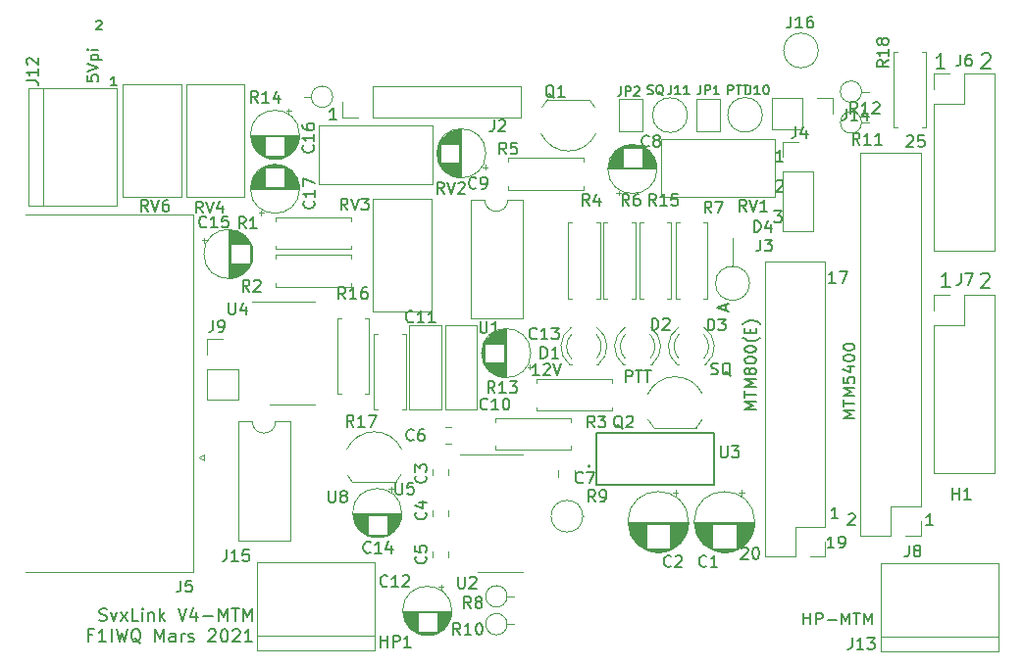
<source format=gbr>
G04 #@! TF.GenerationSoftware,KiCad,Pcbnew,(5.1.8)-1*
G04 #@! TF.CreationDate,2021-03-20T14:28:53+01:00*
G04 #@! TF.ProjectId,interface_MTM800E_V4,696e7465-7266-4616-9365-5f4d544d3830,V2*
G04 #@! TF.SameCoordinates,Original*
G04 #@! TF.FileFunction,Legend,Top*
G04 #@! TF.FilePolarity,Positive*
%FSLAX46Y46*%
G04 Gerber Fmt 4.6, Leading zero omitted, Abs format (unit mm)*
G04 Created by KiCad (PCBNEW (5.1.8)-1) date 2021-03-20 14:28:53*
%MOMM*%
%LPD*%
G01*
G04 APERTURE LIST*
%ADD10C,0.200000*%
%ADD11C,0.150000*%
%ADD12C,0.120000*%
%ADD13C,0.127000*%
G04 APERTURE END LIST*
D10*
X128978071Y-70912904D02*
X129039976Y-70851000D01*
X129163785Y-70789095D01*
X129473309Y-70789095D01*
X129597119Y-70851000D01*
X129659023Y-70912904D01*
X129720928Y-71036714D01*
X129720928Y-71160523D01*
X129659023Y-71346238D01*
X128916166Y-72089095D01*
X129720928Y-72089095D01*
X129041571Y-51926404D02*
X129103476Y-51864500D01*
X129227285Y-51802595D01*
X129536809Y-51802595D01*
X129660619Y-51864500D01*
X129722523Y-51926404D01*
X129784428Y-52050214D01*
X129784428Y-52174023D01*
X129722523Y-52359738D01*
X128979666Y-53102595D01*
X129784428Y-53102595D01*
X126291928Y-72025595D02*
X125549071Y-72025595D01*
X125920500Y-72025595D02*
X125920500Y-70725595D01*
X125796690Y-70911309D01*
X125672880Y-71035119D01*
X125549071Y-71097023D01*
X125847428Y-53102595D02*
X125104571Y-53102595D01*
X125476000Y-53102595D02*
X125476000Y-51802595D01*
X125352190Y-51988309D01*
X125228380Y-52112119D01*
X125104571Y-52174023D01*
D11*
X111109166Y-65428880D02*
X111728214Y-65428880D01*
X111394880Y-65809833D01*
X111537738Y-65809833D01*
X111632976Y-65857452D01*
X111680595Y-65905071D01*
X111728214Y-66000309D01*
X111728214Y-66238404D01*
X111680595Y-66333642D01*
X111632976Y-66381261D01*
X111537738Y-66428880D01*
X111252023Y-66428880D01*
X111156785Y-66381261D01*
X111109166Y-66333642D01*
X111283785Y-62857119D02*
X111331404Y-62809500D01*
X111426642Y-62761880D01*
X111664738Y-62761880D01*
X111759976Y-62809500D01*
X111807595Y-62857119D01*
X111855214Y-62952357D01*
X111855214Y-63047595D01*
X111807595Y-63190452D01*
X111236166Y-63761880D01*
X111855214Y-63761880D01*
X90820952Y-79636880D02*
X90249523Y-79636880D01*
X90535238Y-79636880D02*
X90535238Y-78636880D01*
X90440000Y-78779738D01*
X90344761Y-78874976D01*
X90249523Y-78922595D01*
X91201904Y-78732119D02*
X91249523Y-78684500D01*
X91344761Y-78636880D01*
X91582857Y-78636880D01*
X91678095Y-78684500D01*
X91725714Y-78732119D01*
X91773333Y-78827357D01*
X91773333Y-78922595D01*
X91725714Y-79065452D01*
X91154285Y-79636880D01*
X91773333Y-79636880D01*
X92059047Y-78636880D02*
X92392380Y-79636880D01*
X92725714Y-78636880D01*
X51776380Y-53712952D02*
X51776380Y-54189142D01*
X52252571Y-54236761D01*
X52204952Y-54189142D01*
X52157333Y-54093904D01*
X52157333Y-53855809D01*
X52204952Y-53760571D01*
X52252571Y-53712952D01*
X52347809Y-53665333D01*
X52585904Y-53665333D01*
X52681142Y-53712952D01*
X52728761Y-53760571D01*
X52776380Y-53855809D01*
X52776380Y-54093904D01*
X52728761Y-54189142D01*
X52681142Y-54236761D01*
X51776380Y-53379619D02*
X52776380Y-53046285D01*
X51776380Y-52712952D01*
X52109714Y-52379619D02*
X53109714Y-52379619D01*
X52157333Y-52379619D02*
X52109714Y-52284380D01*
X52109714Y-52093904D01*
X52157333Y-51998666D01*
X52204952Y-51951047D01*
X52300190Y-51903428D01*
X52585904Y-51903428D01*
X52681142Y-51951047D01*
X52728761Y-51998666D01*
X52776380Y-52093904D01*
X52776380Y-52284380D01*
X52728761Y-52379619D01*
X52776380Y-51474857D02*
X52109714Y-51474857D01*
X51776380Y-51474857D02*
X51824000Y-51522476D01*
X51871619Y-51474857D01*
X51824000Y-51427238D01*
X51776380Y-51474857D01*
X51871619Y-51474857D01*
X113657428Y-101163380D02*
X113657428Y-100163380D01*
X113657428Y-100639571D02*
X114228857Y-100639571D01*
X114228857Y-101163380D02*
X114228857Y-100163380D01*
X114705047Y-101163380D02*
X114705047Y-100163380D01*
X115086000Y-100163380D01*
X115181238Y-100211000D01*
X115228857Y-100258619D01*
X115276476Y-100353857D01*
X115276476Y-100496714D01*
X115228857Y-100591952D01*
X115181238Y-100639571D01*
X115086000Y-100687190D01*
X114705047Y-100687190D01*
X115705047Y-100782428D02*
X116466952Y-100782428D01*
X116943142Y-101163380D02*
X116943142Y-100163380D01*
X117276476Y-100877666D01*
X117609809Y-100163380D01*
X117609809Y-101163380D01*
X117943142Y-100163380D02*
X118514571Y-100163380D01*
X118228857Y-101163380D02*
X118228857Y-100163380D01*
X118847904Y-101163380D02*
X118847904Y-100163380D01*
X119181238Y-100877666D01*
X119514571Y-100163380D01*
X119514571Y-101163380D01*
X77160595Y-103131880D02*
X77160595Y-102131880D01*
X77160595Y-102608071D02*
X77732023Y-102608071D01*
X77732023Y-103131880D02*
X77732023Y-102131880D01*
X78208214Y-103131880D02*
X78208214Y-102131880D01*
X78589166Y-102131880D01*
X78684404Y-102179500D01*
X78732023Y-102227119D01*
X78779642Y-102322357D01*
X78779642Y-102465214D01*
X78732023Y-102560452D01*
X78684404Y-102608071D01*
X78589166Y-102655690D01*
X78208214Y-102655690D01*
X79732023Y-103131880D02*
X79160595Y-103131880D01*
X79446309Y-103131880D02*
X79446309Y-102131880D01*
X79351071Y-102274738D01*
X79255833Y-102369976D01*
X79160595Y-102417595D01*
X117506785Y-91686119D02*
X117554404Y-91638500D01*
X117649642Y-91590880D01*
X117887738Y-91590880D01*
X117982976Y-91638500D01*
X118030595Y-91686119D01*
X118078214Y-91781357D01*
X118078214Y-91876595D01*
X118030595Y-92019452D01*
X117459166Y-92590880D01*
X118078214Y-92590880D01*
X124809214Y-92590880D02*
X124237785Y-92590880D01*
X124523500Y-92590880D02*
X124523500Y-91590880D01*
X124428261Y-91733738D01*
X124333023Y-91828976D01*
X124237785Y-91876595D01*
X108267595Y-94607119D02*
X108315214Y-94559500D01*
X108410452Y-94511880D01*
X108648547Y-94511880D01*
X108743785Y-94559500D01*
X108791404Y-94607119D01*
X108839023Y-94702357D01*
X108839023Y-94797595D01*
X108791404Y-94940452D01*
X108219976Y-95511880D01*
X108839023Y-95511880D01*
X109458071Y-94511880D02*
X109553309Y-94511880D01*
X109648547Y-94559500D01*
X109696166Y-94607119D01*
X109743785Y-94702357D01*
X109791404Y-94892833D01*
X109791404Y-95130928D01*
X109743785Y-95321404D01*
X109696166Y-95416642D01*
X109648547Y-95464261D01*
X109553309Y-95511880D01*
X109458071Y-95511880D01*
X109362833Y-95464261D01*
X109315214Y-95416642D01*
X109267595Y-95321404D01*
X109219976Y-95130928D01*
X109219976Y-94892833D01*
X109267595Y-94702357D01*
X109315214Y-94607119D01*
X109362833Y-94559500D01*
X109458071Y-94511880D01*
X73310714Y-57538880D02*
X72739285Y-57538880D01*
X73025000Y-57538880D02*
X73025000Y-56538880D01*
X72929761Y-56681738D01*
X72834523Y-56776976D01*
X72739285Y-56824595D01*
X52603428Y-49041095D02*
X52641523Y-49003000D01*
X52717714Y-48964904D01*
X52908190Y-48964904D01*
X52984380Y-49003000D01*
X53022476Y-49041095D01*
X53060571Y-49117285D01*
X53060571Y-49193476D01*
X53022476Y-49307761D01*
X52565333Y-49764904D01*
X53060571Y-49764904D01*
X54330571Y-54590904D02*
X53873428Y-54590904D01*
X54102000Y-54590904D02*
X54102000Y-53790904D01*
X54025809Y-53905190D01*
X53949619Y-53981380D01*
X53873428Y-54019476D01*
X100190380Y-55314809D02*
X100304666Y-55352904D01*
X100495142Y-55352904D01*
X100571333Y-55314809D01*
X100609428Y-55276714D01*
X100647523Y-55200523D01*
X100647523Y-55124333D01*
X100609428Y-55048142D01*
X100571333Y-55010047D01*
X100495142Y-54971952D01*
X100342761Y-54933857D01*
X100266571Y-54895761D01*
X100228476Y-54857666D01*
X100190380Y-54781476D01*
X100190380Y-54705285D01*
X100228476Y-54629095D01*
X100266571Y-54591000D01*
X100342761Y-54552904D01*
X100533238Y-54552904D01*
X100647523Y-54591000D01*
X101523714Y-55429095D02*
X101447523Y-55391000D01*
X101371333Y-55314809D01*
X101257047Y-55200523D01*
X101180857Y-55162428D01*
X101104666Y-55162428D01*
X101142761Y-55352904D02*
X101066571Y-55314809D01*
X100990380Y-55238619D01*
X100952285Y-55086238D01*
X100952285Y-54819571D01*
X100990380Y-54667190D01*
X101066571Y-54591000D01*
X101142761Y-54552904D01*
X101295142Y-54552904D01*
X101371333Y-54591000D01*
X101447523Y-54667190D01*
X101485619Y-54819571D01*
X101485619Y-55086238D01*
X101447523Y-55238619D01*
X101371333Y-55314809D01*
X101295142Y-55352904D01*
X101142761Y-55352904D01*
X107130952Y-55352904D02*
X107130952Y-54552904D01*
X107435714Y-54552904D01*
X107511904Y-54591000D01*
X107550000Y-54629095D01*
X107588095Y-54705285D01*
X107588095Y-54819571D01*
X107550000Y-54895761D01*
X107511904Y-54933857D01*
X107435714Y-54971952D01*
X107130952Y-54971952D01*
X107816666Y-54552904D02*
X108273809Y-54552904D01*
X108045238Y-55352904D02*
X108045238Y-54552904D01*
X108426190Y-54552904D02*
X108883333Y-54552904D01*
X108654761Y-55352904D02*
X108654761Y-54552904D01*
X111855214Y-61158380D02*
X111283785Y-61158380D01*
X111569500Y-61158380D02*
X111569500Y-60158380D01*
X111474261Y-60301238D01*
X111379023Y-60396476D01*
X111283785Y-60444095D01*
X116395523Y-71635880D02*
X115824095Y-71635880D01*
X116109809Y-71635880D02*
X116109809Y-70635880D01*
X116014571Y-70778738D01*
X115919333Y-70873976D01*
X115824095Y-70921595D01*
X116728857Y-70635880D02*
X117395523Y-70635880D01*
X116966952Y-71635880D01*
X105679976Y-79525761D02*
X105822833Y-79573380D01*
X106060928Y-79573380D01*
X106156166Y-79525761D01*
X106203785Y-79478142D01*
X106251404Y-79382904D01*
X106251404Y-79287666D01*
X106203785Y-79192428D01*
X106156166Y-79144809D01*
X106060928Y-79097190D01*
X105870452Y-79049571D01*
X105775214Y-79001952D01*
X105727595Y-78954333D01*
X105679976Y-78859095D01*
X105679976Y-78763857D01*
X105727595Y-78668619D01*
X105775214Y-78621000D01*
X105870452Y-78573380D01*
X106108547Y-78573380D01*
X106251404Y-78621000D01*
X107346642Y-79668619D02*
X107251404Y-79621000D01*
X107156166Y-79525761D01*
X107013309Y-79382904D01*
X106918071Y-79335285D01*
X106822833Y-79335285D01*
X106870452Y-79573380D02*
X106775214Y-79525761D01*
X106679976Y-79430523D01*
X106632357Y-79240047D01*
X106632357Y-78906714D01*
X106679976Y-78716238D01*
X106775214Y-78621000D01*
X106870452Y-78573380D01*
X107060928Y-78573380D01*
X107156166Y-78621000D01*
X107251404Y-78716238D01*
X107299023Y-78906714D01*
X107299023Y-79240047D01*
X107251404Y-79430523D01*
X107156166Y-79525761D01*
X107060928Y-79573380D01*
X106870452Y-79573380D01*
X98290190Y-80208380D02*
X98290190Y-79208380D01*
X98671142Y-79208380D01*
X98766380Y-79256000D01*
X98814000Y-79303619D01*
X98861619Y-79398857D01*
X98861619Y-79541714D01*
X98814000Y-79636952D01*
X98766380Y-79684571D01*
X98671142Y-79732190D01*
X98290190Y-79732190D01*
X99147333Y-79208380D02*
X99718761Y-79208380D01*
X99433047Y-80208380D02*
X99433047Y-79208380D01*
X99909238Y-79208380D02*
X100480666Y-79208380D01*
X100194952Y-80208380D02*
X100194952Y-79208380D01*
X116617714Y-92019380D02*
X116046285Y-92019380D01*
X116332000Y-92019380D02*
X116332000Y-91019380D01*
X116236761Y-91162238D01*
X116141523Y-91257476D01*
X116046285Y-91305095D01*
X116268523Y-94559380D02*
X115697095Y-94559380D01*
X115982809Y-94559380D02*
X115982809Y-93559380D01*
X115887571Y-93702238D01*
X115792333Y-93797476D01*
X115697095Y-93845095D01*
X116744714Y-94559380D02*
X116935190Y-94559380D01*
X117030428Y-94511761D01*
X117078047Y-94464142D01*
X117173285Y-94321285D01*
X117220904Y-94130809D01*
X117220904Y-93749857D01*
X117173285Y-93654619D01*
X117125666Y-93607000D01*
X117030428Y-93559380D01*
X116839952Y-93559380D01*
X116744714Y-93607000D01*
X116697095Y-93654619D01*
X116649476Y-93749857D01*
X116649476Y-93987952D01*
X116697095Y-94083190D01*
X116744714Y-94130809D01*
X116839952Y-94178428D01*
X117030428Y-94178428D01*
X117125666Y-94130809D01*
X117173285Y-94083190D01*
X117220904Y-93987952D01*
X122555095Y-58983619D02*
X122602714Y-58936000D01*
X122697952Y-58888380D01*
X122936047Y-58888380D01*
X123031285Y-58936000D01*
X123078904Y-58983619D01*
X123126523Y-59078857D01*
X123126523Y-59174095D01*
X123078904Y-59316952D01*
X122507476Y-59888380D01*
X123126523Y-59888380D01*
X124031285Y-58888380D02*
X123555095Y-58888380D01*
X123507476Y-59364571D01*
X123555095Y-59316952D01*
X123650333Y-59269333D01*
X123888428Y-59269333D01*
X123983666Y-59316952D01*
X124031285Y-59364571D01*
X124078904Y-59459809D01*
X124078904Y-59697904D01*
X124031285Y-59793142D01*
X123983666Y-59840761D01*
X123888428Y-59888380D01*
X123650333Y-59888380D01*
X123555095Y-59840761D01*
X123507476Y-59793142D01*
X118054380Y-83327476D02*
X117054380Y-83327476D01*
X117768666Y-82994142D01*
X117054380Y-82660809D01*
X118054380Y-82660809D01*
X117054380Y-82327476D02*
X117054380Y-81756047D01*
X118054380Y-82041761D02*
X117054380Y-82041761D01*
X118054380Y-81422714D02*
X117054380Y-81422714D01*
X117768666Y-81089380D01*
X117054380Y-80756047D01*
X118054380Y-80756047D01*
X117054380Y-79803666D02*
X117054380Y-80279857D01*
X117530571Y-80327476D01*
X117482952Y-80279857D01*
X117435333Y-80184619D01*
X117435333Y-79946523D01*
X117482952Y-79851285D01*
X117530571Y-79803666D01*
X117625809Y-79756047D01*
X117863904Y-79756047D01*
X117959142Y-79803666D01*
X118006761Y-79851285D01*
X118054380Y-79946523D01*
X118054380Y-80184619D01*
X118006761Y-80279857D01*
X117959142Y-80327476D01*
X117387714Y-78898904D02*
X118054380Y-78898904D01*
X117006761Y-79137000D02*
X117721047Y-79375095D01*
X117721047Y-78756047D01*
X117054380Y-78184619D02*
X117054380Y-78089380D01*
X117102000Y-77994142D01*
X117149619Y-77946523D01*
X117244857Y-77898904D01*
X117435333Y-77851285D01*
X117673428Y-77851285D01*
X117863904Y-77898904D01*
X117959142Y-77946523D01*
X118006761Y-77994142D01*
X118054380Y-78089380D01*
X118054380Y-78184619D01*
X118006761Y-78279857D01*
X117959142Y-78327476D01*
X117863904Y-78375095D01*
X117673428Y-78422714D01*
X117435333Y-78422714D01*
X117244857Y-78375095D01*
X117149619Y-78327476D01*
X117102000Y-78279857D01*
X117054380Y-78184619D01*
X117054380Y-77232238D02*
X117054380Y-77137000D01*
X117102000Y-77041761D01*
X117149619Y-76994142D01*
X117244857Y-76946523D01*
X117435333Y-76898904D01*
X117673428Y-76898904D01*
X117863904Y-76946523D01*
X117959142Y-76994142D01*
X118006761Y-77041761D01*
X118054380Y-77137000D01*
X118054380Y-77232238D01*
X118006761Y-77327476D01*
X117959142Y-77375095D01*
X117863904Y-77422714D01*
X117673428Y-77470333D01*
X117435333Y-77470333D01*
X117244857Y-77422714D01*
X117149619Y-77375095D01*
X117102000Y-77327476D01*
X117054380Y-77232238D01*
X52850476Y-100827738D02*
X53007619Y-100880119D01*
X53269523Y-100880119D01*
X53374285Y-100827738D01*
X53426666Y-100775357D01*
X53479047Y-100670595D01*
X53479047Y-100565833D01*
X53426666Y-100461071D01*
X53374285Y-100408690D01*
X53269523Y-100356309D01*
X53060000Y-100303928D01*
X52955238Y-100251547D01*
X52902857Y-100199166D01*
X52850476Y-100094404D01*
X52850476Y-99989642D01*
X52902857Y-99884880D01*
X52955238Y-99832500D01*
X53060000Y-99780119D01*
X53321904Y-99780119D01*
X53479047Y-99832500D01*
X53845714Y-100146785D02*
X54107619Y-100880119D01*
X54369523Y-100146785D01*
X54683809Y-100880119D02*
X55260000Y-100146785D01*
X54683809Y-100146785D02*
X55260000Y-100880119D01*
X56202857Y-100880119D02*
X55679047Y-100880119D01*
X55679047Y-99780119D01*
X56569523Y-100880119D02*
X56569523Y-100146785D01*
X56569523Y-99780119D02*
X56517142Y-99832500D01*
X56569523Y-99884880D01*
X56621904Y-99832500D01*
X56569523Y-99780119D01*
X56569523Y-99884880D01*
X57093333Y-100146785D02*
X57093333Y-100880119D01*
X57093333Y-100251547D02*
X57145714Y-100199166D01*
X57250476Y-100146785D01*
X57407619Y-100146785D01*
X57512380Y-100199166D01*
X57564761Y-100303928D01*
X57564761Y-100880119D01*
X58088571Y-100880119D02*
X58088571Y-99780119D01*
X58193333Y-100461071D02*
X58507619Y-100880119D01*
X58507619Y-100146785D02*
X58088571Y-100565833D01*
X59660000Y-99780119D02*
X60026666Y-100880119D01*
X60393333Y-99780119D01*
X61231428Y-100146785D02*
X61231428Y-100880119D01*
X60969523Y-99727738D02*
X60707619Y-100513452D01*
X61388571Y-100513452D01*
X61807619Y-100461071D02*
X62645714Y-100461071D01*
X63169523Y-100880119D02*
X63169523Y-99780119D01*
X63536190Y-100565833D01*
X63902857Y-99780119D01*
X63902857Y-100880119D01*
X64269523Y-99780119D02*
X64898095Y-99780119D01*
X64583809Y-100880119D02*
X64583809Y-99780119D01*
X65264761Y-100880119D02*
X65264761Y-99780119D01*
X65631428Y-100565833D01*
X65998095Y-99780119D01*
X65998095Y-100880119D01*
X52274285Y-102103928D02*
X51907619Y-102103928D01*
X51907619Y-102680119D02*
X51907619Y-101580119D01*
X52431428Y-101580119D01*
X53426666Y-102680119D02*
X52798095Y-102680119D01*
X53112380Y-102680119D02*
X53112380Y-101580119D01*
X53007619Y-101737261D01*
X52902857Y-101842023D01*
X52798095Y-101894404D01*
X53898095Y-102680119D02*
X53898095Y-101580119D01*
X54317142Y-101580119D02*
X54579047Y-102680119D01*
X54788571Y-101894404D01*
X54998095Y-102680119D01*
X55260000Y-101580119D01*
X56412380Y-102784880D02*
X56307619Y-102732500D01*
X56202857Y-102627738D01*
X56045714Y-102470595D01*
X55940952Y-102418214D01*
X55836190Y-102418214D01*
X55888571Y-102680119D02*
X55783809Y-102627738D01*
X55679047Y-102522976D01*
X55626666Y-102313452D01*
X55626666Y-101946785D01*
X55679047Y-101737261D01*
X55783809Y-101632500D01*
X55888571Y-101580119D01*
X56098095Y-101580119D01*
X56202857Y-101632500D01*
X56307619Y-101737261D01*
X56360000Y-101946785D01*
X56360000Y-102313452D01*
X56307619Y-102522976D01*
X56202857Y-102627738D01*
X56098095Y-102680119D01*
X55888571Y-102680119D01*
X57669523Y-102680119D02*
X57669523Y-101580119D01*
X58036190Y-102365833D01*
X58402857Y-101580119D01*
X58402857Y-102680119D01*
X59398095Y-102680119D02*
X59398095Y-102103928D01*
X59345714Y-101999166D01*
X59240952Y-101946785D01*
X59031428Y-101946785D01*
X58926666Y-101999166D01*
X59398095Y-102627738D02*
X59293333Y-102680119D01*
X59031428Y-102680119D01*
X58926666Y-102627738D01*
X58874285Y-102522976D01*
X58874285Y-102418214D01*
X58926666Y-102313452D01*
X59031428Y-102261071D01*
X59293333Y-102261071D01*
X59398095Y-102208690D01*
X59921904Y-102680119D02*
X59921904Y-101946785D01*
X59921904Y-102156309D02*
X59974285Y-102051547D01*
X60026666Y-101999166D01*
X60131428Y-101946785D01*
X60236190Y-101946785D01*
X60550476Y-102627738D02*
X60655238Y-102680119D01*
X60864761Y-102680119D01*
X60969523Y-102627738D01*
X61021904Y-102522976D01*
X61021904Y-102470595D01*
X60969523Y-102365833D01*
X60864761Y-102313452D01*
X60707619Y-102313452D01*
X60602857Y-102261071D01*
X60550476Y-102156309D01*
X60550476Y-102103928D01*
X60602857Y-101999166D01*
X60707619Y-101946785D01*
X60864761Y-101946785D01*
X60969523Y-101999166D01*
X62279047Y-101684880D02*
X62331428Y-101632500D01*
X62436190Y-101580119D01*
X62698095Y-101580119D01*
X62802857Y-101632500D01*
X62855238Y-101684880D01*
X62907619Y-101789642D01*
X62907619Y-101894404D01*
X62855238Y-102051547D01*
X62226666Y-102680119D01*
X62907619Y-102680119D01*
X63588571Y-101580119D02*
X63693333Y-101580119D01*
X63798095Y-101632500D01*
X63850476Y-101684880D01*
X63902857Y-101789642D01*
X63955238Y-101999166D01*
X63955238Y-102261071D01*
X63902857Y-102470595D01*
X63850476Y-102575357D01*
X63798095Y-102627738D01*
X63693333Y-102680119D01*
X63588571Y-102680119D01*
X63483809Y-102627738D01*
X63431428Y-102575357D01*
X63379047Y-102470595D01*
X63326666Y-102261071D01*
X63326666Y-101999166D01*
X63379047Y-101789642D01*
X63431428Y-101684880D01*
X63483809Y-101632500D01*
X63588571Y-101580119D01*
X64374285Y-101684880D02*
X64426666Y-101632500D01*
X64531428Y-101580119D01*
X64793333Y-101580119D01*
X64898095Y-101632500D01*
X64950476Y-101684880D01*
X65002857Y-101789642D01*
X65002857Y-101894404D01*
X64950476Y-102051547D01*
X64321904Y-102680119D01*
X65002857Y-102680119D01*
X66050476Y-102680119D02*
X65421904Y-102680119D01*
X65736190Y-102680119D02*
X65736190Y-101580119D01*
X65631428Y-101737261D01*
X65526666Y-101842023D01*
X65421904Y-101894404D01*
X109545380Y-82573333D02*
X108545380Y-82573333D01*
X109259666Y-82240000D01*
X108545380Y-81906666D01*
X109545380Y-81906666D01*
X108545380Y-81573333D02*
X108545380Y-81001904D01*
X109545380Y-81287619D02*
X108545380Y-81287619D01*
X109545380Y-80668571D02*
X108545380Y-80668571D01*
X109259666Y-80335238D01*
X108545380Y-80001904D01*
X109545380Y-80001904D01*
X108973952Y-79382857D02*
X108926333Y-79478095D01*
X108878714Y-79525714D01*
X108783476Y-79573333D01*
X108735857Y-79573333D01*
X108640619Y-79525714D01*
X108593000Y-79478095D01*
X108545380Y-79382857D01*
X108545380Y-79192380D01*
X108593000Y-79097142D01*
X108640619Y-79049523D01*
X108735857Y-79001904D01*
X108783476Y-79001904D01*
X108878714Y-79049523D01*
X108926333Y-79097142D01*
X108973952Y-79192380D01*
X108973952Y-79382857D01*
X109021571Y-79478095D01*
X109069190Y-79525714D01*
X109164428Y-79573333D01*
X109354904Y-79573333D01*
X109450142Y-79525714D01*
X109497761Y-79478095D01*
X109545380Y-79382857D01*
X109545380Y-79192380D01*
X109497761Y-79097142D01*
X109450142Y-79049523D01*
X109354904Y-79001904D01*
X109164428Y-79001904D01*
X109069190Y-79049523D01*
X109021571Y-79097142D01*
X108973952Y-79192380D01*
X108545380Y-78382857D02*
X108545380Y-78287619D01*
X108593000Y-78192380D01*
X108640619Y-78144761D01*
X108735857Y-78097142D01*
X108926333Y-78049523D01*
X109164428Y-78049523D01*
X109354904Y-78097142D01*
X109450142Y-78144761D01*
X109497761Y-78192380D01*
X109545380Y-78287619D01*
X109545380Y-78382857D01*
X109497761Y-78478095D01*
X109450142Y-78525714D01*
X109354904Y-78573333D01*
X109164428Y-78620952D01*
X108926333Y-78620952D01*
X108735857Y-78573333D01*
X108640619Y-78525714D01*
X108593000Y-78478095D01*
X108545380Y-78382857D01*
X108545380Y-77430476D02*
X108545380Y-77335238D01*
X108593000Y-77240000D01*
X108640619Y-77192380D01*
X108735857Y-77144761D01*
X108926333Y-77097142D01*
X109164428Y-77097142D01*
X109354904Y-77144761D01*
X109450142Y-77192380D01*
X109497761Y-77240000D01*
X109545380Y-77335238D01*
X109545380Y-77430476D01*
X109497761Y-77525714D01*
X109450142Y-77573333D01*
X109354904Y-77620952D01*
X109164428Y-77668571D01*
X108926333Y-77668571D01*
X108735857Y-77620952D01*
X108640619Y-77573333D01*
X108593000Y-77525714D01*
X108545380Y-77430476D01*
X109926333Y-76382857D02*
X109878714Y-76430476D01*
X109735857Y-76525714D01*
X109640619Y-76573333D01*
X109497761Y-76620952D01*
X109259666Y-76668571D01*
X109069190Y-76668571D01*
X108831095Y-76620952D01*
X108688238Y-76573333D01*
X108593000Y-76525714D01*
X108450142Y-76430476D01*
X108402523Y-76382857D01*
X109021571Y-76001904D02*
X109021571Y-75668571D01*
X109545380Y-75525714D02*
X109545380Y-76001904D01*
X108545380Y-76001904D01*
X108545380Y-75525714D01*
X109926333Y-75192380D02*
X109878714Y-75144761D01*
X109735857Y-75049523D01*
X109640619Y-75001904D01*
X109497761Y-74954285D01*
X109259666Y-74906666D01*
X109069190Y-74906666D01*
X108831095Y-74954285D01*
X108688238Y-75001904D01*
X108593000Y-75049523D01*
X108450142Y-75144761D01*
X108402523Y-75192380D01*
D12*
X110085000Y-57124600D02*
G75*
G03*
X110085000Y-57124600I-1500000J0D01*
G01*
X124908000Y-88071000D02*
X130108000Y-88071000D01*
X124908000Y-75311000D02*
X124908000Y-88071000D01*
X130108000Y-72711000D02*
X130108000Y-88071000D01*
X124908000Y-75311000D02*
X127508000Y-75311000D01*
X127508000Y-75311000D02*
X127508000Y-72711000D01*
X127508000Y-72711000D02*
X130108000Y-72711000D01*
X124908000Y-74041000D02*
X124908000Y-72711000D01*
X124908000Y-72711000D02*
X126238000Y-72711000D01*
X124908000Y-68894000D02*
X130108000Y-68894000D01*
X124908000Y-56134000D02*
X124908000Y-68894000D01*
X130108000Y-53534000D02*
X130108000Y-68894000D01*
X124908000Y-56134000D02*
X127508000Y-56134000D01*
X127508000Y-56134000D02*
X127508000Y-53534000D01*
X127508000Y-53534000D02*
X130108000Y-53534000D01*
X124908000Y-54864000D02*
X124908000Y-53534000D01*
X124908000Y-53534000D02*
X126238000Y-53534000D01*
X72992500Y-55562500D02*
G75*
G03*
X72992500Y-55562500I-920000J0D01*
G01*
X71152500Y-55562500D02*
X70532500Y-55562500D01*
X70128500Y-63516000D02*
G75*
G03*
X70128500Y-63516000I-2120000J0D01*
G01*
X65928500Y-63516000D02*
X70088500Y-63516000D01*
X65928500Y-63476000D02*
X70088500Y-63476000D01*
X65929500Y-63436000D02*
X70087500Y-63436000D01*
X65931500Y-63396000D02*
X70085500Y-63396000D01*
X65934500Y-63356000D02*
X70082500Y-63356000D01*
X65937500Y-63316000D02*
X67168500Y-63316000D01*
X68848500Y-63316000D02*
X70079500Y-63316000D01*
X65941500Y-63276000D02*
X67168500Y-63276000D01*
X68848500Y-63276000D02*
X70075500Y-63276000D01*
X65946500Y-63236000D02*
X67168500Y-63236000D01*
X68848500Y-63236000D02*
X70070500Y-63236000D01*
X65952500Y-63196000D02*
X67168500Y-63196000D01*
X68848500Y-63196000D02*
X70064500Y-63196000D01*
X65958500Y-63156000D02*
X67168500Y-63156000D01*
X68848500Y-63156000D02*
X70058500Y-63156000D01*
X65966500Y-63116000D02*
X67168500Y-63116000D01*
X68848500Y-63116000D02*
X70050500Y-63116000D01*
X65974500Y-63076000D02*
X67168500Y-63076000D01*
X68848500Y-63076000D02*
X70042500Y-63076000D01*
X65983500Y-63036000D02*
X67168500Y-63036000D01*
X68848500Y-63036000D02*
X70033500Y-63036000D01*
X65992500Y-62996000D02*
X67168500Y-62996000D01*
X68848500Y-62996000D02*
X70024500Y-62996000D01*
X66003500Y-62956000D02*
X67168500Y-62956000D01*
X68848500Y-62956000D02*
X70013500Y-62956000D01*
X66014500Y-62916000D02*
X67168500Y-62916000D01*
X68848500Y-62916000D02*
X70002500Y-62916000D01*
X66026500Y-62876000D02*
X67168500Y-62876000D01*
X68848500Y-62876000D02*
X69990500Y-62876000D01*
X66040500Y-62836000D02*
X67168500Y-62836000D01*
X68848500Y-62836000D02*
X69976500Y-62836000D01*
X66054500Y-62795000D02*
X67168500Y-62795000D01*
X68848500Y-62795000D02*
X69962500Y-62795000D01*
X66068500Y-62755000D02*
X67168500Y-62755000D01*
X68848500Y-62755000D02*
X69948500Y-62755000D01*
X66084500Y-62715000D02*
X67168500Y-62715000D01*
X68848500Y-62715000D02*
X69932500Y-62715000D01*
X66101500Y-62675000D02*
X67168500Y-62675000D01*
X68848500Y-62675000D02*
X69915500Y-62675000D01*
X66119500Y-62635000D02*
X67168500Y-62635000D01*
X68848500Y-62635000D02*
X69897500Y-62635000D01*
X66138500Y-62595000D02*
X67168500Y-62595000D01*
X68848500Y-62595000D02*
X69878500Y-62595000D01*
X66157500Y-62555000D02*
X67168500Y-62555000D01*
X68848500Y-62555000D02*
X69859500Y-62555000D01*
X66178500Y-62515000D02*
X67168500Y-62515000D01*
X68848500Y-62515000D02*
X69838500Y-62515000D01*
X66200500Y-62475000D02*
X67168500Y-62475000D01*
X68848500Y-62475000D02*
X69816500Y-62475000D01*
X66223500Y-62435000D02*
X67168500Y-62435000D01*
X68848500Y-62435000D02*
X69793500Y-62435000D01*
X66248500Y-62395000D02*
X67168500Y-62395000D01*
X68848500Y-62395000D02*
X69768500Y-62395000D01*
X66273500Y-62355000D02*
X67168500Y-62355000D01*
X68848500Y-62355000D02*
X69743500Y-62355000D01*
X66300500Y-62315000D02*
X67168500Y-62315000D01*
X68848500Y-62315000D02*
X69716500Y-62315000D01*
X66328500Y-62275000D02*
X67168500Y-62275000D01*
X68848500Y-62275000D02*
X69688500Y-62275000D01*
X66358500Y-62235000D02*
X67168500Y-62235000D01*
X68848500Y-62235000D02*
X69658500Y-62235000D01*
X66389500Y-62195000D02*
X67168500Y-62195000D01*
X68848500Y-62195000D02*
X69627500Y-62195000D01*
X66421500Y-62155000D02*
X67168500Y-62155000D01*
X68848500Y-62155000D02*
X69595500Y-62155000D01*
X66456500Y-62115000D02*
X67168500Y-62115000D01*
X68848500Y-62115000D02*
X69560500Y-62115000D01*
X66492500Y-62075000D02*
X67168500Y-62075000D01*
X68848500Y-62075000D02*
X69524500Y-62075000D01*
X66530500Y-62035000D02*
X67168500Y-62035000D01*
X68848500Y-62035000D02*
X69486500Y-62035000D01*
X66570500Y-61995000D02*
X67168500Y-61995000D01*
X68848500Y-61995000D02*
X69446500Y-61995000D01*
X66612500Y-61955000D02*
X67168500Y-61955000D01*
X68848500Y-61955000D02*
X69404500Y-61955000D01*
X66657500Y-61915000D02*
X67168500Y-61915000D01*
X68848500Y-61915000D02*
X69359500Y-61915000D01*
X66704500Y-61875000D02*
X67168500Y-61875000D01*
X68848500Y-61875000D02*
X69312500Y-61875000D01*
X66754500Y-61835000D02*
X67168500Y-61835000D01*
X68848500Y-61835000D02*
X69262500Y-61835000D01*
X66808500Y-61795000D02*
X67168500Y-61795000D01*
X68848500Y-61795000D02*
X69208500Y-61795000D01*
X66866500Y-61755000D02*
X67168500Y-61755000D01*
X68848500Y-61755000D02*
X69150500Y-61755000D01*
X66928500Y-61715000D02*
X67168500Y-61715000D01*
X68848500Y-61715000D02*
X69088500Y-61715000D01*
X66995500Y-61675000D02*
X69021500Y-61675000D01*
X67068500Y-61635000D02*
X68948500Y-61635000D01*
X67149500Y-61595000D02*
X68867500Y-61595000D01*
X67240500Y-61555000D02*
X68776500Y-61555000D01*
X67344500Y-61515000D02*
X68672500Y-61515000D01*
X67471500Y-61475000D02*
X68545500Y-61475000D01*
X67638500Y-61435000D02*
X68378500Y-61435000D01*
X66813500Y-65785801D02*
X66813500Y-65385801D01*
X66613500Y-65585801D02*
X67013500Y-65585801D01*
X70128500Y-58848500D02*
G75*
G03*
X70128500Y-58848500I-2120000J0D01*
G01*
X70088500Y-58848500D02*
X65928500Y-58848500D01*
X70088500Y-58888500D02*
X65928500Y-58888500D01*
X70087500Y-58928500D02*
X65929500Y-58928500D01*
X70085500Y-58968500D02*
X65931500Y-58968500D01*
X70082500Y-59008500D02*
X65934500Y-59008500D01*
X70079500Y-59048500D02*
X68848500Y-59048500D01*
X67168500Y-59048500D02*
X65937500Y-59048500D01*
X70075500Y-59088500D02*
X68848500Y-59088500D01*
X67168500Y-59088500D02*
X65941500Y-59088500D01*
X70070500Y-59128500D02*
X68848500Y-59128500D01*
X67168500Y-59128500D02*
X65946500Y-59128500D01*
X70064500Y-59168500D02*
X68848500Y-59168500D01*
X67168500Y-59168500D02*
X65952500Y-59168500D01*
X70058500Y-59208500D02*
X68848500Y-59208500D01*
X67168500Y-59208500D02*
X65958500Y-59208500D01*
X70050500Y-59248500D02*
X68848500Y-59248500D01*
X67168500Y-59248500D02*
X65966500Y-59248500D01*
X70042500Y-59288500D02*
X68848500Y-59288500D01*
X67168500Y-59288500D02*
X65974500Y-59288500D01*
X70033500Y-59328500D02*
X68848500Y-59328500D01*
X67168500Y-59328500D02*
X65983500Y-59328500D01*
X70024500Y-59368500D02*
X68848500Y-59368500D01*
X67168500Y-59368500D02*
X65992500Y-59368500D01*
X70013500Y-59408500D02*
X68848500Y-59408500D01*
X67168500Y-59408500D02*
X66003500Y-59408500D01*
X70002500Y-59448500D02*
X68848500Y-59448500D01*
X67168500Y-59448500D02*
X66014500Y-59448500D01*
X69990500Y-59488500D02*
X68848500Y-59488500D01*
X67168500Y-59488500D02*
X66026500Y-59488500D01*
X69976500Y-59528500D02*
X68848500Y-59528500D01*
X67168500Y-59528500D02*
X66040500Y-59528500D01*
X69962500Y-59569500D02*
X68848500Y-59569500D01*
X67168500Y-59569500D02*
X66054500Y-59569500D01*
X69948500Y-59609500D02*
X68848500Y-59609500D01*
X67168500Y-59609500D02*
X66068500Y-59609500D01*
X69932500Y-59649500D02*
X68848500Y-59649500D01*
X67168500Y-59649500D02*
X66084500Y-59649500D01*
X69915500Y-59689500D02*
X68848500Y-59689500D01*
X67168500Y-59689500D02*
X66101500Y-59689500D01*
X69897500Y-59729500D02*
X68848500Y-59729500D01*
X67168500Y-59729500D02*
X66119500Y-59729500D01*
X69878500Y-59769500D02*
X68848500Y-59769500D01*
X67168500Y-59769500D02*
X66138500Y-59769500D01*
X69859500Y-59809500D02*
X68848500Y-59809500D01*
X67168500Y-59809500D02*
X66157500Y-59809500D01*
X69838500Y-59849500D02*
X68848500Y-59849500D01*
X67168500Y-59849500D02*
X66178500Y-59849500D01*
X69816500Y-59889500D02*
X68848500Y-59889500D01*
X67168500Y-59889500D02*
X66200500Y-59889500D01*
X69793500Y-59929500D02*
X68848500Y-59929500D01*
X67168500Y-59929500D02*
X66223500Y-59929500D01*
X69768500Y-59969500D02*
X68848500Y-59969500D01*
X67168500Y-59969500D02*
X66248500Y-59969500D01*
X69743500Y-60009500D02*
X68848500Y-60009500D01*
X67168500Y-60009500D02*
X66273500Y-60009500D01*
X69716500Y-60049500D02*
X68848500Y-60049500D01*
X67168500Y-60049500D02*
X66300500Y-60049500D01*
X69688500Y-60089500D02*
X68848500Y-60089500D01*
X67168500Y-60089500D02*
X66328500Y-60089500D01*
X69658500Y-60129500D02*
X68848500Y-60129500D01*
X67168500Y-60129500D02*
X66358500Y-60129500D01*
X69627500Y-60169500D02*
X68848500Y-60169500D01*
X67168500Y-60169500D02*
X66389500Y-60169500D01*
X69595500Y-60209500D02*
X68848500Y-60209500D01*
X67168500Y-60209500D02*
X66421500Y-60209500D01*
X69560500Y-60249500D02*
X68848500Y-60249500D01*
X67168500Y-60249500D02*
X66456500Y-60249500D01*
X69524500Y-60289500D02*
X68848500Y-60289500D01*
X67168500Y-60289500D02*
X66492500Y-60289500D01*
X69486500Y-60329500D02*
X68848500Y-60329500D01*
X67168500Y-60329500D02*
X66530500Y-60329500D01*
X69446500Y-60369500D02*
X68848500Y-60369500D01*
X67168500Y-60369500D02*
X66570500Y-60369500D01*
X69404500Y-60409500D02*
X68848500Y-60409500D01*
X67168500Y-60409500D02*
X66612500Y-60409500D01*
X69359500Y-60449500D02*
X68848500Y-60449500D01*
X67168500Y-60449500D02*
X66657500Y-60449500D01*
X69312500Y-60489500D02*
X68848500Y-60489500D01*
X67168500Y-60489500D02*
X66704500Y-60489500D01*
X69262500Y-60529500D02*
X68848500Y-60529500D01*
X67168500Y-60529500D02*
X66754500Y-60529500D01*
X69208500Y-60569500D02*
X68848500Y-60569500D01*
X67168500Y-60569500D02*
X66808500Y-60569500D01*
X69150500Y-60609500D02*
X68848500Y-60609500D01*
X67168500Y-60609500D02*
X66866500Y-60609500D01*
X69088500Y-60649500D02*
X68848500Y-60649500D01*
X67168500Y-60649500D02*
X66928500Y-60649500D01*
X69021500Y-60689500D02*
X66995500Y-60689500D01*
X68948500Y-60729500D02*
X67068500Y-60729500D01*
X68867500Y-60769500D02*
X67149500Y-60769500D01*
X68776500Y-60809500D02*
X67240500Y-60809500D01*
X68672500Y-60849500D02*
X67344500Y-60849500D01*
X68545500Y-60889500D02*
X67471500Y-60889500D01*
X68378500Y-60929500D02*
X67638500Y-60929500D01*
X69203500Y-56578699D02*
X69203500Y-56978699D01*
X69403500Y-56778699D02*
X69003500Y-56778699D01*
X121439000Y-58197500D02*
X121769000Y-58197500D01*
X121439000Y-51657500D02*
X121439000Y-58197500D01*
X121769000Y-51657500D02*
X121439000Y-51657500D01*
X124179000Y-58197500D02*
X123849000Y-58197500D01*
X124179000Y-51657500D02*
X124179000Y-58197500D01*
X123849000Y-51657500D02*
X124179000Y-51657500D01*
X114911000Y-51562000D02*
G75*
G03*
X114911000Y-51562000I-1500000J0D01*
G01*
X79284500Y-76041500D02*
X78954500Y-76041500D01*
X79284500Y-82581500D02*
X79284500Y-76041500D01*
X78954500Y-82581500D02*
X79284500Y-82581500D01*
X76544500Y-76041500D02*
X76874500Y-76041500D01*
X76544500Y-82581500D02*
X76544500Y-76041500D01*
X76874500Y-82581500D02*
X76544500Y-82581500D01*
X76109500Y-74708000D02*
X75779500Y-74708000D01*
X76109500Y-81248000D02*
X76109500Y-74708000D01*
X75779500Y-81248000D02*
X76109500Y-81248000D01*
X73369500Y-74708000D02*
X73699500Y-74708000D01*
X73369500Y-81248000D02*
X73369500Y-74708000D01*
X73699500Y-81248000D02*
X73369500Y-81248000D01*
X104410000Y-58561600D02*
X104410000Y-55761600D01*
X104410000Y-55761600D02*
X106410000Y-55761600D01*
X106410000Y-55761600D02*
X106410000Y-58561600D01*
X106410000Y-58561600D02*
X104410000Y-58561600D01*
X66112000Y-69151500D02*
G75*
G03*
X66112000Y-69151500I-2120000J0D01*
G01*
X63992000Y-67071500D02*
X63992000Y-71231500D01*
X64032000Y-67071500D02*
X64032000Y-71231500D01*
X64072000Y-67072500D02*
X64072000Y-71230500D01*
X64112000Y-67074500D02*
X64112000Y-71228500D01*
X64152000Y-67077500D02*
X64152000Y-71225500D01*
X64192000Y-67080500D02*
X64192000Y-68311500D01*
X64192000Y-69991500D02*
X64192000Y-71222500D01*
X64232000Y-67084500D02*
X64232000Y-68311500D01*
X64232000Y-69991500D02*
X64232000Y-71218500D01*
X64272000Y-67089500D02*
X64272000Y-68311500D01*
X64272000Y-69991500D02*
X64272000Y-71213500D01*
X64312000Y-67095500D02*
X64312000Y-68311500D01*
X64312000Y-69991500D02*
X64312000Y-71207500D01*
X64352000Y-67101500D02*
X64352000Y-68311500D01*
X64352000Y-69991500D02*
X64352000Y-71201500D01*
X64392000Y-67109500D02*
X64392000Y-68311500D01*
X64392000Y-69991500D02*
X64392000Y-71193500D01*
X64432000Y-67117500D02*
X64432000Y-68311500D01*
X64432000Y-69991500D02*
X64432000Y-71185500D01*
X64472000Y-67126500D02*
X64472000Y-68311500D01*
X64472000Y-69991500D02*
X64472000Y-71176500D01*
X64512000Y-67135500D02*
X64512000Y-68311500D01*
X64512000Y-69991500D02*
X64512000Y-71167500D01*
X64552000Y-67146500D02*
X64552000Y-68311500D01*
X64552000Y-69991500D02*
X64552000Y-71156500D01*
X64592000Y-67157500D02*
X64592000Y-68311500D01*
X64592000Y-69991500D02*
X64592000Y-71145500D01*
X64632000Y-67169500D02*
X64632000Y-68311500D01*
X64632000Y-69991500D02*
X64632000Y-71133500D01*
X64672000Y-67183500D02*
X64672000Y-68311500D01*
X64672000Y-69991500D02*
X64672000Y-71119500D01*
X64713000Y-67197500D02*
X64713000Y-68311500D01*
X64713000Y-69991500D02*
X64713000Y-71105500D01*
X64753000Y-67211500D02*
X64753000Y-68311500D01*
X64753000Y-69991500D02*
X64753000Y-71091500D01*
X64793000Y-67227500D02*
X64793000Y-68311500D01*
X64793000Y-69991500D02*
X64793000Y-71075500D01*
X64833000Y-67244500D02*
X64833000Y-68311500D01*
X64833000Y-69991500D02*
X64833000Y-71058500D01*
X64873000Y-67262500D02*
X64873000Y-68311500D01*
X64873000Y-69991500D02*
X64873000Y-71040500D01*
X64913000Y-67281500D02*
X64913000Y-68311500D01*
X64913000Y-69991500D02*
X64913000Y-71021500D01*
X64953000Y-67300500D02*
X64953000Y-68311500D01*
X64953000Y-69991500D02*
X64953000Y-71002500D01*
X64993000Y-67321500D02*
X64993000Y-68311500D01*
X64993000Y-69991500D02*
X64993000Y-70981500D01*
X65033000Y-67343500D02*
X65033000Y-68311500D01*
X65033000Y-69991500D02*
X65033000Y-70959500D01*
X65073000Y-67366500D02*
X65073000Y-68311500D01*
X65073000Y-69991500D02*
X65073000Y-70936500D01*
X65113000Y-67391500D02*
X65113000Y-68311500D01*
X65113000Y-69991500D02*
X65113000Y-70911500D01*
X65153000Y-67416500D02*
X65153000Y-68311500D01*
X65153000Y-69991500D02*
X65153000Y-70886500D01*
X65193000Y-67443500D02*
X65193000Y-68311500D01*
X65193000Y-69991500D02*
X65193000Y-70859500D01*
X65233000Y-67471500D02*
X65233000Y-68311500D01*
X65233000Y-69991500D02*
X65233000Y-70831500D01*
X65273000Y-67501500D02*
X65273000Y-68311500D01*
X65273000Y-69991500D02*
X65273000Y-70801500D01*
X65313000Y-67532500D02*
X65313000Y-68311500D01*
X65313000Y-69991500D02*
X65313000Y-70770500D01*
X65353000Y-67564500D02*
X65353000Y-68311500D01*
X65353000Y-69991500D02*
X65353000Y-70738500D01*
X65393000Y-67599500D02*
X65393000Y-68311500D01*
X65393000Y-69991500D02*
X65393000Y-70703500D01*
X65433000Y-67635500D02*
X65433000Y-68311500D01*
X65433000Y-69991500D02*
X65433000Y-70667500D01*
X65473000Y-67673500D02*
X65473000Y-68311500D01*
X65473000Y-69991500D02*
X65473000Y-70629500D01*
X65513000Y-67713500D02*
X65513000Y-68311500D01*
X65513000Y-69991500D02*
X65513000Y-70589500D01*
X65553000Y-67755500D02*
X65553000Y-68311500D01*
X65553000Y-69991500D02*
X65553000Y-70547500D01*
X65593000Y-67800500D02*
X65593000Y-68311500D01*
X65593000Y-69991500D02*
X65593000Y-70502500D01*
X65633000Y-67847500D02*
X65633000Y-68311500D01*
X65633000Y-69991500D02*
X65633000Y-70455500D01*
X65673000Y-67897500D02*
X65673000Y-68311500D01*
X65673000Y-69991500D02*
X65673000Y-70405500D01*
X65713000Y-67951500D02*
X65713000Y-68311500D01*
X65713000Y-69991500D02*
X65713000Y-70351500D01*
X65753000Y-68009500D02*
X65753000Y-68311500D01*
X65753000Y-69991500D02*
X65753000Y-70293500D01*
X65793000Y-68071500D02*
X65793000Y-68311500D01*
X65793000Y-69991500D02*
X65793000Y-70231500D01*
X65833000Y-68138500D02*
X65833000Y-70164500D01*
X65873000Y-68211500D02*
X65873000Y-70091500D01*
X65913000Y-68292500D02*
X65913000Y-70010500D01*
X65953000Y-68383500D02*
X65953000Y-69919500D01*
X65993000Y-68487500D02*
X65993000Y-69815500D01*
X66033000Y-68614500D02*
X66033000Y-69688500D01*
X66073000Y-68781500D02*
X66073000Y-69521500D01*
X61722199Y-67956500D02*
X62122199Y-67956500D01*
X61922199Y-67756500D02*
X61922199Y-68156500D01*
X102208000Y-66453000D02*
X101878000Y-66453000D01*
X102208000Y-72993000D02*
X102208000Y-66453000D01*
X101878000Y-72993000D02*
X102208000Y-72993000D01*
X99468000Y-66453000D02*
X99798000Y-66453000D01*
X99468000Y-72993000D02*
X99468000Y-66453000D01*
X99798000Y-72993000D02*
X99468000Y-72993000D01*
X88042000Y-101155500D02*
G75*
G03*
X88042000Y-101155500I-920000J0D01*
G01*
X88042000Y-101155500D02*
X88662000Y-101155500D01*
X88042000Y-98742500D02*
G75*
G03*
X88042000Y-98742500I-920000J0D01*
G01*
X88042000Y-98742500D02*
X88662000Y-98742500D01*
X118649000Y-57785000D02*
G75*
G03*
X118649000Y-57785000I-920000J0D01*
G01*
X118649000Y-57785000D02*
X119269000Y-57785000D01*
X118649000Y-55118000D02*
G75*
G03*
X118649000Y-55118000I-920000J0D01*
G01*
X118649000Y-55118000D02*
X119269000Y-55118000D01*
X108975500Y-71691500D02*
G75*
G03*
X108975500Y-71691500I-1470000J0D01*
G01*
X107505500Y-70221500D02*
X107505500Y-67811500D01*
X62170000Y-76521000D02*
X63500000Y-76521000D01*
X62170000Y-77851000D02*
X62170000Y-76521000D01*
X62170000Y-79121000D02*
X64830000Y-79121000D01*
X64830000Y-79121000D02*
X64830000Y-81721000D01*
X62170000Y-79121000D02*
X62170000Y-81721000D01*
X62170000Y-81721000D02*
X64830000Y-81721000D01*
X111827000Y-59439500D02*
X113157000Y-59439500D01*
X111827000Y-60769500D02*
X111827000Y-59439500D01*
X111827000Y-62039500D02*
X114487000Y-62039500D01*
X114487000Y-62039500D02*
X114487000Y-67179500D01*
X111827000Y-62039500D02*
X111827000Y-67179500D01*
X111827000Y-67179500D02*
X114487000Y-67179500D01*
X116138000Y-55693000D02*
X116138000Y-57023000D01*
X114808000Y-55693000D02*
X116138000Y-55693000D01*
X113538000Y-55693000D02*
X113538000Y-58353000D01*
X113538000Y-58353000D02*
X110938000Y-58353000D01*
X113538000Y-55693000D02*
X110938000Y-55693000D01*
X110938000Y-55693000D02*
X110938000Y-58353000D01*
X69469000Y-82159000D02*
X71419000Y-82159000D01*
X69469000Y-82159000D02*
X67519000Y-82159000D01*
X69469000Y-73289000D02*
X71419000Y-73289000D01*
X69469000Y-73289000D02*
X66019000Y-73289000D01*
X46438500Y-65716000D02*
X60978500Y-65716000D01*
X60978500Y-65716000D02*
X60978500Y-96686000D01*
X60978500Y-96686000D02*
X46438500Y-96686000D01*
X61872838Y-86491000D02*
X61872838Y-86991000D01*
X61872838Y-86991000D02*
X61439825Y-86741000D01*
X61439825Y-86741000D02*
X61872838Y-86491000D01*
X74641000Y-88822000D02*
X78491000Y-88822000D01*
X78883383Y-88234264D02*
G75*
G02*
X78491000Y-88822000I-2302383J1112264D01*
G01*
X78937400Y-86023193D02*
G75*
G03*
X76581000Y-84522000I-2356400J-1098807D01*
G01*
X74224600Y-86023193D02*
G75*
G02*
X76581000Y-84522000I2356400J-1098807D01*
G01*
X74258369Y-88244045D02*
G75*
G03*
X74641000Y-88822000I2322631J1122045D01*
G01*
X59934000Y-64257500D02*
X54864000Y-64257500D01*
X59934000Y-54487500D02*
X54864000Y-54487500D01*
X54864000Y-54487500D02*
X54864000Y-64257500D01*
X59934000Y-54487500D02*
X59934000Y-64257500D01*
X65395000Y-64257500D02*
X60325000Y-64257500D01*
X65395000Y-54487500D02*
X60325000Y-54487500D01*
X60325000Y-54487500D02*
X60325000Y-64257500D01*
X65395000Y-54487500D02*
X65395000Y-64257500D01*
X66056000Y-83633000D02*
X64806000Y-83633000D01*
X64806000Y-83633000D02*
X64806000Y-93913000D01*
X64806000Y-93913000D02*
X69306000Y-93913000D01*
X69306000Y-93913000D02*
X69306000Y-83633000D01*
X69306000Y-83633000D02*
X68056000Y-83633000D01*
X68056000Y-83633000D02*
G75*
G02*
X66056000Y-83633000I-1000000J0D01*
G01*
X68040500Y-69572000D02*
X68040500Y-69242000D01*
X68040500Y-69242000D02*
X74580500Y-69242000D01*
X74580500Y-69242000D02*
X74580500Y-69572000D01*
X68040500Y-71652000D02*
X68040500Y-71982000D01*
X68040500Y-71982000D02*
X74580500Y-71982000D01*
X74580500Y-71982000D02*
X74580500Y-71652000D01*
X68040500Y-66333500D02*
X68040500Y-66003500D01*
X68040500Y-66003500D02*
X74580500Y-66003500D01*
X74580500Y-66003500D02*
X74580500Y-66333500D01*
X68040500Y-68413500D02*
X68040500Y-68743500D01*
X68040500Y-68743500D02*
X74580500Y-68743500D01*
X74580500Y-68743500D02*
X74580500Y-68413500D01*
X76581000Y-102108000D02*
X66421000Y-102108000D01*
X76581000Y-103378000D02*
X76581000Y-95758000D01*
X76581000Y-95758000D02*
X66421000Y-95758000D01*
X66421000Y-95758000D02*
X66421000Y-103378000D01*
X66421000Y-103378000D02*
X76581000Y-103378000D01*
X78955000Y-91551000D02*
G75*
G03*
X78955000Y-91551000I-2120000J0D01*
G01*
X78915000Y-91551000D02*
X74755000Y-91551000D01*
X78915000Y-91591000D02*
X74755000Y-91591000D01*
X78914000Y-91631000D02*
X74756000Y-91631000D01*
X78912000Y-91671000D02*
X74758000Y-91671000D01*
X78909000Y-91711000D02*
X74761000Y-91711000D01*
X78906000Y-91751000D02*
X77675000Y-91751000D01*
X75995000Y-91751000D02*
X74764000Y-91751000D01*
X78902000Y-91791000D02*
X77675000Y-91791000D01*
X75995000Y-91791000D02*
X74768000Y-91791000D01*
X78897000Y-91831000D02*
X77675000Y-91831000D01*
X75995000Y-91831000D02*
X74773000Y-91831000D01*
X78891000Y-91871000D02*
X77675000Y-91871000D01*
X75995000Y-91871000D02*
X74779000Y-91871000D01*
X78885000Y-91911000D02*
X77675000Y-91911000D01*
X75995000Y-91911000D02*
X74785000Y-91911000D01*
X78877000Y-91951000D02*
X77675000Y-91951000D01*
X75995000Y-91951000D02*
X74793000Y-91951000D01*
X78869000Y-91991000D02*
X77675000Y-91991000D01*
X75995000Y-91991000D02*
X74801000Y-91991000D01*
X78860000Y-92031000D02*
X77675000Y-92031000D01*
X75995000Y-92031000D02*
X74810000Y-92031000D01*
X78851000Y-92071000D02*
X77675000Y-92071000D01*
X75995000Y-92071000D02*
X74819000Y-92071000D01*
X78840000Y-92111000D02*
X77675000Y-92111000D01*
X75995000Y-92111000D02*
X74830000Y-92111000D01*
X78829000Y-92151000D02*
X77675000Y-92151000D01*
X75995000Y-92151000D02*
X74841000Y-92151000D01*
X78817000Y-92191000D02*
X77675000Y-92191000D01*
X75995000Y-92191000D02*
X74853000Y-92191000D01*
X78803000Y-92231000D02*
X77675000Y-92231000D01*
X75995000Y-92231000D02*
X74867000Y-92231000D01*
X78789000Y-92272000D02*
X77675000Y-92272000D01*
X75995000Y-92272000D02*
X74881000Y-92272000D01*
X78775000Y-92312000D02*
X77675000Y-92312000D01*
X75995000Y-92312000D02*
X74895000Y-92312000D01*
X78759000Y-92352000D02*
X77675000Y-92352000D01*
X75995000Y-92352000D02*
X74911000Y-92352000D01*
X78742000Y-92392000D02*
X77675000Y-92392000D01*
X75995000Y-92392000D02*
X74928000Y-92392000D01*
X78724000Y-92432000D02*
X77675000Y-92432000D01*
X75995000Y-92432000D02*
X74946000Y-92432000D01*
X78705000Y-92472000D02*
X77675000Y-92472000D01*
X75995000Y-92472000D02*
X74965000Y-92472000D01*
X78686000Y-92512000D02*
X77675000Y-92512000D01*
X75995000Y-92512000D02*
X74984000Y-92512000D01*
X78665000Y-92552000D02*
X77675000Y-92552000D01*
X75995000Y-92552000D02*
X75005000Y-92552000D01*
X78643000Y-92592000D02*
X77675000Y-92592000D01*
X75995000Y-92592000D02*
X75027000Y-92592000D01*
X78620000Y-92632000D02*
X77675000Y-92632000D01*
X75995000Y-92632000D02*
X75050000Y-92632000D01*
X78595000Y-92672000D02*
X77675000Y-92672000D01*
X75995000Y-92672000D02*
X75075000Y-92672000D01*
X78570000Y-92712000D02*
X77675000Y-92712000D01*
X75995000Y-92712000D02*
X75100000Y-92712000D01*
X78543000Y-92752000D02*
X77675000Y-92752000D01*
X75995000Y-92752000D02*
X75127000Y-92752000D01*
X78515000Y-92792000D02*
X77675000Y-92792000D01*
X75995000Y-92792000D02*
X75155000Y-92792000D01*
X78485000Y-92832000D02*
X77675000Y-92832000D01*
X75995000Y-92832000D02*
X75185000Y-92832000D01*
X78454000Y-92872000D02*
X77675000Y-92872000D01*
X75995000Y-92872000D02*
X75216000Y-92872000D01*
X78422000Y-92912000D02*
X77675000Y-92912000D01*
X75995000Y-92912000D02*
X75248000Y-92912000D01*
X78387000Y-92952000D02*
X77675000Y-92952000D01*
X75995000Y-92952000D02*
X75283000Y-92952000D01*
X78351000Y-92992000D02*
X77675000Y-92992000D01*
X75995000Y-92992000D02*
X75319000Y-92992000D01*
X78313000Y-93032000D02*
X77675000Y-93032000D01*
X75995000Y-93032000D02*
X75357000Y-93032000D01*
X78273000Y-93072000D02*
X77675000Y-93072000D01*
X75995000Y-93072000D02*
X75397000Y-93072000D01*
X78231000Y-93112000D02*
X77675000Y-93112000D01*
X75995000Y-93112000D02*
X75439000Y-93112000D01*
X78186000Y-93152000D02*
X77675000Y-93152000D01*
X75995000Y-93152000D02*
X75484000Y-93152000D01*
X78139000Y-93192000D02*
X77675000Y-93192000D01*
X75995000Y-93192000D02*
X75531000Y-93192000D01*
X78089000Y-93232000D02*
X77675000Y-93232000D01*
X75995000Y-93232000D02*
X75581000Y-93232000D01*
X78035000Y-93272000D02*
X77675000Y-93272000D01*
X75995000Y-93272000D02*
X75635000Y-93272000D01*
X77977000Y-93312000D02*
X77675000Y-93312000D01*
X75995000Y-93312000D02*
X75693000Y-93312000D01*
X77915000Y-93352000D02*
X77675000Y-93352000D01*
X75995000Y-93352000D02*
X75755000Y-93352000D01*
X77848000Y-93392000D02*
X75822000Y-93392000D01*
X77775000Y-93432000D02*
X75895000Y-93432000D01*
X77694000Y-93472000D02*
X75976000Y-93472000D01*
X77603000Y-93512000D02*
X76067000Y-93512000D01*
X77499000Y-93552000D02*
X76171000Y-93552000D01*
X77372000Y-93592000D02*
X76298000Y-93592000D01*
X77205000Y-93632000D02*
X76465000Y-93632000D01*
X78030000Y-89281199D02*
X78030000Y-89681199D01*
X78230000Y-89481199D02*
X77830000Y-89481199D01*
X90083500Y-77724000D02*
G75*
G03*
X90083500Y-77724000I-2120000J0D01*
G01*
X87963500Y-79804000D02*
X87963500Y-75644000D01*
X87923500Y-79804000D02*
X87923500Y-75644000D01*
X87883500Y-79803000D02*
X87883500Y-75645000D01*
X87843500Y-79801000D02*
X87843500Y-75647000D01*
X87803500Y-79798000D02*
X87803500Y-75650000D01*
X87763500Y-79795000D02*
X87763500Y-78564000D01*
X87763500Y-76884000D02*
X87763500Y-75653000D01*
X87723500Y-79791000D02*
X87723500Y-78564000D01*
X87723500Y-76884000D02*
X87723500Y-75657000D01*
X87683500Y-79786000D02*
X87683500Y-78564000D01*
X87683500Y-76884000D02*
X87683500Y-75662000D01*
X87643500Y-79780000D02*
X87643500Y-78564000D01*
X87643500Y-76884000D02*
X87643500Y-75668000D01*
X87603500Y-79774000D02*
X87603500Y-78564000D01*
X87603500Y-76884000D02*
X87603500Y-75674000D01*
X87563500Y-79766000D02*
X87563500Y-78564000D01*
X87563500Y-76884000D02*
X87563500Y-75682000D01*
X87523500Y-79758000D02*
X87523500Y-78564000D01*
X87523500Y-76884000D02*
X87523500Y-75690000D01*
X87483500Y-79749000D02*
X87483500Y-78564000D01*
X87483500Y-76884000D02*
X87483500Y-75699000D01*
X87443500Y-79740000D02*
X87443500Y-78564000D01*
X87443500Y-76884000D02*
X87443500Y-75708000D01*
X87403500Y-79729000D02*
X87403500Y-78564000D01*
X87403500Y-76884000D02*
X87403500Y-75719000D01*
X87363500Y-79718000D02*
X87363500Y-78564000D01*
X87363500Y-76884000D02*
X87363500Y-75730000D01*
X87323500Y-79706000D02*
X87323500Y-78564000D01*
X87323500Y-76884000D02*
X87323500Y-75742000D01*
X87283500Y-79692000D02*
X87283500Y-78564000D01*
X87283500Y-76884000D02*
X87283500Y-75756000D01*
X87242500Y-79678000D02*
X87242500Y-78564000D01*
X87242500Y-76884000D02*
X87242500Y-75770000D01*
X87202500Y-79664000D02*
X87202500Y-78564000D01*
X87202500Y-76884000D02*
X87202500Y-75784000D01*
X87162500Y-79648000D02*
X87162500Y-78564000D01*
X87162500Y-76884000D02*
X87162500Y-75800000D01*
X87122500Y-79631000D02*
X87122500Y-78564000D01*
X87122500Y-76884000D02*
X87122500Y-75817000D01*
X87082500Y-79613000D02*
X87082500Y-78564000D01*
X87082500Y-76884000D02*
X87082500Y-75835000D01*
X87042500Y-79594000D02*
X87042500Y-78564000D01*
X87042500Y-76884000D02*
X87042500Y-75854000D01*
X87002500Y-79575000D02*
X87002500Y-78564000D01*
X87002500Y-76884000D02*
X87002500Y-75873000D01*
X86962500Y-79554000D02*
X86962500Y-78564000D01*
X86962500Y-76884000D02*
X86962500Y-75894000D01*
X86922500Y-79532000D02*
X86922500Y-78564000D01*
X86922500Y-76884000D02*
X86922500Y-75916000D01*
X86882500Y-79509000D02*
X86882500Y-78564000D01*
X86882500Y-76884000D02*
X86882500Y-75939000D01*
X86842500Y-79484000D02*
X86842500Y-78564000D01*
X86842500Y-76884000D02*
X86842500Y-75964000D01*
X86802500Y-79459000D02*
X86802500Y-78564000D01*
X86802500Y-76884000D02*
X86802500Y-75989000D01*
X86762500Y-79432000D02*
X86762500Y-78564000D01*
X86762500Y-76884000D02*
X86762500Y-76016000D01*
X86722500Y-79404000D02*
X86722500Y-78564000D01*
X86722500Y-76884000D02*
X86722500Y-76044000D01*
X86682500Y-79374000D02*
X86682500Y-78564000D01*
X86682500Y-76884000D02*
X86682500Y-76074000D01*
X86642500Y-79343000D02*
X86642500Y-78564000D01*
X86642500Y-76884000D02*
X86642500Y-76105000D01*
X86602500Y-79311000D02*
X86602500Y-78564000D01*
X86602500Y-76884000D02*
X86602500Y-76137000D01*
X86562500Y-79276000D02*
X86562500Y-78564000D01*
X86562500Y-76884000D02*
X86562500Y-76172000D01*
X86522500Y-79240000D02*
X86522500Y-78564000D01*
X86522500Y-76884000D02*
X86522500Y-76208000D01*
X86482500Y-79202000D02*
X86482500Y-78564000D01*
X86482500Y-76884000D02*
X86482500Y-76246000D01*
X86442500Y-79162000D02*
X86442500Y-78564000D01*
X86442500Y-76884000D02*
X86442500Y-76286000D01*
X86402500Y-79120000D02*
X86402500Y-78564000D01*
X86402500Y-76884000D02*
X86402500Y-76328000D01*
X86362500Y-79075000D02*
X86362500Y-78564000D01*
X86362500Y-76884000D02*
X86362500Y-76373000D01*
X86322500Y-79028000D02*
X86322500Y-78564000D01*
X86322500Y-76884000D02*
X86322500Y-76420000D01*
X86282500Y-78978000D02*
X86282500Y-78564000D01*
X86282500Y-76884000D02*
X86282500Y-76470000D01*
X86242500Y-78924000D02*
X86242500Y-78564000D01*
X86242500Y-76884000D02*
X86242500Y-76524000D01*
X86202500Y-78866000D02*
X86202500Y-78564000D01*
X86202500Y-76884000D02*
X86202500Y-76582000D01*
X86162500Y-78804000D02*
X86162500Y-78564000D01*
X86162500Y-76884000D02*
X86162500Y-76644000D01*
X86122500Y-78737000D02*
X86122500Y-76711000D01*
X86082500Y-78664000D02*
X86082500Y-76784000D01*
X86042500Y-78583000D02*
X86042500Y-76865000D01*
X86002500Y-78492000D02*
X86002500Y-76956000D01*
X85962500Y-78388000D02*
X85962500Y-77060000D01*
X85922500Y-78261000D02*
X85922500Y-77187000D01*
X85882500Y-78094000D02*
X85882500Y-77354000D01*
X90233301Y-78919000D02*
X89833301Y-78919000D01*
X90033301Y-79119000D02*
X90033301Y-78719000D01*
X83273000Y-99996500D02*
G75*
G03*
X83273000Y-99996500I-2120000J0D01*
G01*
X83233000Y-99996500D02*
X79073000Y-99996500D01*
X83233000Y-100036500D02*
X79073000Y-100036500D01*
X83232000Y-100076500D02*
X79074000Y-100076500D01*
X83230000Y-100116500D02*
X79076000Y-100116500D01*
X83227000Y-100156500D02*
X79079000Y-100156500D01*
X83224000Y-100196500D02*
X81993000Y-100196500D01*
X80313000Y-100196500D02*
X79082000Y-100196500D01*
X83220000Y-100236500D02*
X81993000Y-100236500D01*
X80313000Y-100236500D02*
X79086000Y-100236500D01*
X83215000Y-100276500D02*
X81993000Y-100276500D01*
X80313000Y-100276500D02*
X79091000Y-100276500D01*
X83209000Y-100316500D02*
X81993000Y-100316500D01*
X80313000Y-100316500D02*
X79097000Y-100316500D01*
X83203000Y-100356500D02*
X81993000Y-100356500D01*
X80313000Y-100356500D02*
X79103000Y-100356500D01*
X83195000Y-100396500D02*
X81993000Y-100396500D01*
X80313000Y-100396500D02*
X79111000Y-100396500D01*
X83187000Y-100436500D02*
X81993000Y-100436500D01*
X80313000Y-100436500D02*
X79119000Y-100436500D01*
X83178000Y-100476500D02*
X81993000Y-100476500D01*
X80313000Y-100476500D02*
X79128000Y-100476500D01*
X83169000Y-100516500D02*
X81993000Y-100516500D01*
X80313000Y-100516500D02*
X79137000Y-100516500D01*
X83158000Y-100556500D02*
X81993000Y-100556500D01*
X80313000Y-100556500D02*
X79148000Y-100556500D01*
X83147000Y-100596500D02*
X81993000Y-100596500D01*
X80313000Y-100596500D02*
X79159000Y-100596500D01*
X83135000Y-100636500D02*
X81993000Y-100636500D01*
X80313000Y-100636500D02*
X79171000Y-100636500D01*
X83121000Y-100676500D02*
X81993000Y-100676500D01*
X80313000Y-100676500D02*
X79185000Y-100676500D01*
X83107000Y-100717500D02*
X81993000Y-100717500D01*
X80313000Y-100717500D02*
X79199000Y-100717500D01*
X83093000Y-100757500D02*
X81993000Y-100757500D01*
X80313000Y-100757500D02*
X79213000Y-100757500D01*
X83077000Y-100797500D02*
X81993000Y-100797500D01*
X80313000Y-100797500D02*
X79229000Y-100797500D01*
X83060000Y-100837500D02*
X81993000Y-100837500D01*
X80313000Y-100837500D02*
X79246000Y-100837500D01*
X83042000Y-100877500D02*
X81993000Y-100877500D01*
X80313000Y-100877500D02*
X79264000Y-100877500D01*
X83023000Y-100917500D02*
X81993000Y-100917500D01*
X80313000Y-100917500D02*
X79283000Y-100917500D01*
X83004000Y-100957500D02*
X81993000Y-100957500D01*
X80313000Y-100957500D02*
X79302000Y-100957500D01*
X82983000Y-100997500D02*
X81993000Y-100997500D01*
X80313000Y-100997500D02*
X79323000Y-100997500D01*
X82961000Y-101037500D02*
X81993000Y-101037500D01*
X80313000Y-101037500D02*
X79345000Y-101037500D01*
X82938000Y-101077500D02*
X81993000Y-101077500D01*
X80313000Y-101077500D02*
X79368000Y-101077500D01*
X82913000Y-101117500D02*
X81993000Y-101117500D01*
X80313000Y-101117500D02*
X79393000Y-101117500D01*
X82888000Y-101157500D02*
X81993000Y-101157500D01*
X80313000Y-101157500D02*
X79418000Y-101157500D01*
X82861000Y-101197500D02*
X81993000Y-101197500D01*
X80313000Y-101197500D02*
X79445000Y-101197500D01*
X82833000Y-101237500D02*
X81993000Y-101237500D01*
X80313000Y-101237500D02*
X79473000Y-101237500D01*
X82803000Y-101277500D02*
X81993000Y-101277500D01*
X80313000Y-101277500D02*
X79503000Y-101277500D01*
X82772000Y-101317500D02*
X81993000Y-101317500D01*
X80313000Y-101317500D02*
X79534000Y-101317500D01*
X82740000Y-101357500D02*
X81993000Y-101357500D01*
X80313000Y-101357500D02*
X79566000Y-101357500D01*
X82705000Y-101397500D02*
X81993000Y-101397500D01*
X80313000Y-101397500D02*
X79601000Y-101397500D01*
X82669000Y-101437500D02*
X81993000Y-101437500D01*
X80313000Y-101437500D02*
X79637000Y-101437500D01*
X82631000Y-101477500D02*
X81993000Y-101477500D01*
X80313000Y-101477500D02*
X79675000Y-101477500D01*
X82591000Y-101517500D02*
X81993000Y-101517500D01*
X80313000Y-101517500D02*
X79715000Y-101517500D01*
X82549000Y-101557500D02*
X81993000Y-101557500D01*
X80313000Y-101557500D02*
X79757000Y-101557500D01*
X82504000Y-101597500D02*
X81993000Y-101597500D01*
X80313000Y-101597500D02*
X79802000Y-101597500D01*
X82457000Y-101637500D02*
X81993000Y-101637500D01*
X80313000Y-101637500D02*
X79849000Y-101637500D01*
X82407000Y-101677500D02*
X81993000Y-101677500D01*
X80313000Y-101677500D02*
X79899000Y-101677500D01*
X82353000Y-101717500D02*
X81993000Y-101717500D01*
X80313000Y-101717500D02*
X79953000Y-101717500D01*
X82295000Y-101757500D02*
X81993000Y-101757500D01*
X80313000Y-101757500D02*
X80011000Y-101757500D01*
X82233000Y-101797500D02*
X81993000Y-101797500D01*
X80313000Y-101797500D02*
X80073000Y-101797500D01*
X82166000Y-101837500D02*
X80140000Y-101837500D01*
X82093000Y-101877500D02*
X80213000Y-101877500D01*
X82012000Y-101917500D02*
X80294000Y-101917500D01*
X81921000Y-101957500D02*
X80385000Y-101957500D01*
X81817000Y-101997500D02*
X80489000Y-101997500D01*
X81690000Y-102037500D02*
X80616000Y-102037500D01*
X81523000Y-102077500D02*
X80783000Y-102077500D01*
X82348000Y-97726699D02*
X82348000Y-98126699D01*
X82548000Y-97926699D02*
X82148000Y-97926699D01*
X79592500Y-82590500D02*
X79592500Y-75350500D01*
X82332500Y-82590500D02*
X82332500Y-75350500D01*
X79592500Y-82590500D02*
X82332500Y-82590500D01*
X79592500Y-75350500D02*
X82332500Y-75350500D01*
X82704000Y-82590500D02*
X82704000Y-75350500D01*
X85444000Y-82590500D02*
X85444000Y-75350500D01*
X82704000Y-82590500D02*
X85444000Y-82590500D01*
X82704000Y-75350500D02*
X85444000Y-75350500D01*
X46736000Y-54800500D02*
X46736000Y-64960500D01*
X54356000Y-54800500D02*
X46736000Y-54800500D01*
X54356000Y-64960500D02*
X54356000Y-54800500D01*
X46736000Y-64960500D02*
X54356000Y-64960500D01*
X48006000Y-64960500D02*
X48006000Y-54800500D01*
X97123000Y-82713500D02*
X97123000Y-82383500D01*
X90583000Y-82713500D02*
X97123000Y-82713500D01*
X90583000Y-82383500D02*
X90583000Y-82713500D01*
X97123000Y-79973500D02*
X97123000Y-80303500D01*
X90583000Y-79973500D02*
X97123000Y-79973500D01*
X90583000Y-80303500D02*
X90583000Y-79973500D01*
X94588000Y-91821000D02*
X94658000Y-91821000D01*
X94588000Y-91821000D02*
G75*
G03*
X94588000Y-91821000I-1370000J0D01*
G01*
X120332500Y-103505000D02*
X130492500Y-103505000D01*
X120332500Y-95885000D02*
X120332500Y-103505000D01*
X130492500Y-95885000D02*
X120332500Y-95885000D01*
X130492500Y-103505000D02*
X130492500Y-95885000D01*
X130492500Y-102235000D02*
X120332500Y-102235000D01*
X123758000Y-93532000D02*
X122428000Y-93532000D01*
X123758000Y-92202000D02*
X123758000Y-93532000D01*
X121158000Y-93532000D02*
X118558000Y-93532000D01*
X121158000Y-90932000D02*
X121158000Y-93532000D01*
X123758000Y-90932000D02*
X121158000Y-90932000D01*
X118558000Y-93532000D02*
X118558000Y-60392000D01*
X123758000Y-90932000D02*
X123758000Y-60392000D01*
X123758000Y-60392000D02*
X118558000Y-60392000D01*
X86159801Y-61847000D02*
X86159801Y-61447000D01*
X86359801Y-61647000D02*
X85959801Y-61647000D01*
X82009000Y-60822000D02*
X82009000Y-60082000D01*
X82049000Y-60989000D02*
X82049000Y-59915000D01*
X82089000Y-61116000D02*
X82089000Y-59788000D01*
X82129000Y-61220000D02*
X82129000Y-59684000D01*
X82169000Y-61311000D02*
X82169000Y-59593000D01*
X82209000Y-61392000D02*
X82209000Y-59512000D01*
X82249000Y-61465000D02*
X82249000Y-59439000D01*
X82289000Y-59612000D02*
X82289000Y-59372000D01*
X82289000Y-61532000D02*
X82289000Y-61292000D01*
X82329000Y-59612000D02*
X82329000Y-59310000D01*
X82329000Y-61594000D02*
X82329000Y-61292000D01*
X82369000Y-59612000D02*
X82369000Y-59252000D01*
X82369000Y-61652000D02*
X82369000Y-61292000D01*
X82409000Y-59612000D02*
X82409000Y-59198000D01*
X82409000Y-61706000D02*
X82409000Y-61292000D01*
X82449000Y-59612000D02*
X82449000Y-59148000D01*
X82449000Y-61756000D02*
X82449000Y-61292000D01*
X82489000Y-59612000D02*
X82489000Y-59101000D01*
X82489000Y-61803000D02*
X82489000Y-61292000D01*
X82529000Y-59612000D02*
X82529000Y-59056000D01*
X82529000Y-61848000D02*
X82529000Y-61292000D01*
X82569000Y-59612000D02*
X82569000Y-59014000D01*
X82569000Y-61890000D02*
X82569000Y-61292000D01*
X82609000Y-59612000D02*
X82609000Y-58974000D01*
X82609000Y-61930000D02*
X82609000Y-61292000D01*
X82649000Y-59612000D02*
X82649000Y-58936000D01*
X82649000Y-61968000D02*
X82649000Y-61292000D01*
X82689000Y-59612000D02*
X82689000Y-58900000D01*
X82689000Y-62004000D02*
X82689000Y-61292000D01*
X82729000Y-59612000D02*
X82729000Y-58865000D01*
X82729000Y-62039000D02*
X82729000Y-61292000D01*
X82769000Y-59612000D02*
X82769000Y-58833000D01*
X82769000Y-62071000D02*
X82769000Y-61292000D01*
X82809000Y-59612000D02*
X82809000Y-58802000D01*
X82809000Y-62102000D02*
X82809000Y-61292000D01*
X82849000Y-59612000D02*
X82849000Y-58772000D01*
X82849000Y-62132000D02*
X82849000Y-61292000D01*
X82889000Y-59612000D02*
X82889000Y-58744000D01*
X82889000Y-62160000D02*
X82889000Y-61292000D01*
X82929000Y-59612000D02*
X82929000Y-58717000D01*
X82929000Y-62187000D02*
X82929000Y-61292000D01*
X82969000Y-59612000D02*
X82969000Y-58692000D01*
X82969000Y-62212000D02*
X82969000Y-61292000D01*
X83009000Y-59612000D02*
X83009000Y-58667000D01*
X83009000Y-62237000D02*
X83009000Y-61292000D01*
X83049000Y-59612000D02*
X83049000Y-58644000D01*
X83049000Y-62260000D02*
X83049000Y-61292000D01*
X83089000Y-59612000D02*
X83089000Y-58622000D01*
X83089000Y-62282000D02*
X83089000Y-61292000D01*
X83129000Y-59612000D02*
X83129000Y-58601000D01*
X83129000Y-62303000D02*
X83129000Y-61292000D01*
X83169000Y-59612000D02*
X83169000Y-58582000D01*
X83169000Y-62322000D02*
X83169000Y-61292000D01*
X83209000Y-59612000D02*
X83209000Y-58563000D01*
X83209000Y-62341000D02*
X83209000Y-61292000D01*
X83249000Y-59612000D02*
X83249000Y-58545000D01*
X83249000Y-62359000D02*
X83249000Y-61292000D01*
X83289000Y-59612000D02*
X83289000Y-58528000D01*
X83289000Y-62376000D02*
X83289000Y-61292000D01*
X83329000Y-59612000D02*
X83329000Y-58512000D01*
X83329000Y-62392000D02*
X83329000Y-61292000D01*
X83369000Y-59612000D02*
X83369000Y-58498000D01*
X83369000Y-62406000D02*
X83369000Y-61292000D01*
X83410000Y-59612000D02*
X83410000Y-58484000D01*
X83410000Y-62420000D02*
X83410000Y-61292000D01*
X83450000Y-59612000D02*
X83450000Y-58470000D01*
X83450000Y-62434000D02*
X83450000Y-61292000D01*
X83490000Y-59612000D02*
X83490000Y-58458000D01*
X83490000Y-62446000D02*
X83490000Y-61292000D01*
X83530000Y-59612000D02*
X83530000Y-58447000D01*
X83530000Y-62457000D02*
X83530000Y-61292000D01*
X83570000Y-59612000D02*
X83570000Y-58436000D01*
X83570000Y-62468000D02*
X83570000Y-61292000D01*
X83610000Y-59612000D02*
X83610000Y-58427000D01*
X83610000Y-62477000D02*
X83610000Y-61292000D01*
X83650000Y-59612000D02*
X83650000Y-58418000D01*
X83650000Y-62486000D02*
X83650000Y-61292000D01*
X83690000Y-59612000D02*
X83690000Y-58410000D01*
X83690000Y-62494000D02*
X83690000Y-61292000D01*
X83730000Y-59612000D02*
X83730000Y-58402000D01*
X83730000Y-62502000D02*
X83730000Y-61292000D01*
X83770000Y-59612000D02*
X83770000Y-58396000D01*
X83770000Y-62508000D02*
X83770000Y-61292000D01*
X83810000Y-59612000D02*
X83810000Y-58390000D01*
X83810000Y-62514000D02*
X83810000Y-61292000D01*
X83850000Y-59612000D02*
X83850000Y-58385000D01*
X83850000Y-62519000D02*
X83850000Y-61292000D01*
X83890000Y-59612000D02*
X83890000Y-58381000D01*
X83890000Y-62523000D02*
X83890000Y-61292000D01*
X83930000Y-62526000D02*
X83930000Y-58378000D01*
X83970000Y-62529000D02*
X83970000Y-58375000D01*
X84010000Y-62531000D02*
X84010000Y-58373000D01*
X84050000Y-62532000D02*
X84050000Y-58372000D01*
X84090000Y-62532000D02*
X84090000Y-58372000D01*
X86210000Y-60452000D02*
G75*
G03*
X86210000Y-60452000I-2120000J0D01*
G01*
X97474500Y-63871301D02*
X97874500Y-63871301D01*
X97674500Y-64071301D02*
X97674500Y-63671301D01*
X98499500Y-59720500D02*
X99239500Y-59720500D01*
X98332500Y-59760500D02*
X99406500Y-59760500D01*
X98205500Y-59800500D02*
X99533500Y-59800500D01*
X98101500Y-59840500D02*
X99637500Y-59840500D01*
X98010500Y-59880500D02*
X99728500Y-59880500D01*
X97929500Y-59920500D02*
X99809500Y-59920500D01*
X97856500Y-59960500D02*
X99882500Y-59960500D01*
X99709500Y-60000500D02*
X99949500Y-60000500D01*
X97789500Y-60000500D02*
X98029500Y-60000500D01*
X99709500Y-60040500D02*
X100011500Y-60040500D01*
X97727500Y-60040500D02*
X98029500Y-60040500D01*
X99709500Y-60080500D02*
X100069500Y-60080500D01*
X97669500Y-60080500D02*
X98029500Y-60080500D01*
X99709500Y-60120500D02*
X100123500Y-60120500D01*
X97615500Y-60120500D02*
X98029500Y-60120500D01*
X99709500Y-60160500D02*
X100173500Y-60160500D01*
X97565500Y-60160500D02*
X98029500Y-60160500D01*
X99709500Y-60200500D02*
X100220500Y-60200500D01*
X97518500Y-60200500D02*
X98029500Y-60200500D01*
X99709500Y-60240500D02*
X100265500Y-60240500D01*
X97473500Y-60240500D02*
X98029500Y-60240500D01*
X99709500Y-60280500D02*
X100307500Y-60280500D01*
X97431500Y-60280500D02*
X98029500Y-60280500D01*
X99709500Y-60320500D02*
X100347500Y-60320500D01*
X97391500Y-60320500D02*
X98029500Y-60320500D01*
X99709500Y-60360500D02*
X100385500Y-60360500D01*
X97353500Y-60360500D02*
X98029500Y-60360500D01*
X99709500Y-60400500D02*
X100421500Y-60400500D01*
X97317500Y-60400500D02*
X98029500Y-60400500D01*
X99709500Y-60440500D02*
X100456500Y-60440500D01*
X97282500Y-60440500D02*
X98029500Y-60440500D01*
X99709500Y-60480500D02*
X100488500Y-60480500D01*
X97250500Y-60480500D02*
X98029500Y-60480500D01*
X99709500Y-60520500D02*
X100519500Y-60520500D01*
X97219500Y-60520500D02*
X98029500Y-60520500D01*
X99709500Y-60560500D02*
X100549500Y-60560500D01*
X97189500Y-60560500D02*
X98029500Y-60560500D01*
X99709500Y-60600500D02*
X100577500Y-60600500D01*
X97161500Y-60600500D02*
X98029500Y-60600500D01*
X99709500Y-60640500D02*
X100604500Y-60640500D01*
X97134500Y-60640500D02*
X98029500Y-60640500D01*
X99709500Y-60680500D02*
X100629500Y-60680500D01*
X97109500Y-60680500D02*
X98029500Y-60680500D01*
X99709500Y-60720500D02*
X100654500Y-60720500D01*
X97084500Y-60720500D02*
X98029500Y-60720500D01*
X99709500Y-60760500D02*
X100677500Y-60760500D01*
X97061500Y-60760500D02*
X98029500Y-60760500D01*
X99709500Y-60800500D02*
X100699500Y-60800500D01*
X97039500Y-60800500D02*
X98029500Y-60800500D01*
X99709500Y-60840500D02*
X100720500Y-60840500D01*
X97018500Y-60840500D02*
X98029500Y-60840500D01*
X99709500Y-60880500D02*
X100739500Y-60880500D01*
X96999500Y-60880500D02*
X98029500Y-60880500D01*
X99709500Y-60920500D02*
X100758500Y-60920500D01*
X96980500Y-60920500D02*
X98029500Y-60920500D01*
X99709500Y-60960500D02*
X100776500Y-60960500D01*
X96962500Y-60960500D02*
X98029500Y-60960500D01*
X99709500Y-61000500D02*
X100793500Y-61000500D01*
X96945500Y-61000500D02*
X98029500Y-61000500D01*
X99709500Y-61040500D02*
X100809500Y-61040500D01*
X96929500Y-61040500D02*
X98029500Y-61040500D01*
X99709500Y-61080500D02*
X100823500Y-61080500D01*
X96915500Y-61080500D02*
X98029500Y-61080500D01*
X99709500Y-61121500D02*
X100837500Y-61121500D01*
X96901500Y-61121500D02*
X98029500Y-61121500D01*
X99709500Y-61161500D02*
X100851500Y-61161500D01*
X96887500Y-61161500D02*
X98029500Y-61161500D01*
X99709500Y-61201500D02*
X100863500Y-61201500D01*
X96875500Y-61201500D02*
X98029500Y-61201500D01*
X99709500Y-61241500D02*
X100874500Y-61241500D01*
X96864500Y-61241500D02*
X98029500Y-61241500D01*
X99709500Y-61281500D02*
X100885500Y-61281500D01*
X96853500Y-61281500D02*
X98029500Y-61281500D01*
X99709500Y-61321500D02*
X100894500Y-61321500D01*
X96844500Y-61321500D02*
X98029500Y-61321500D01*
X99709500Y-61361500D02*
X100903500Y-61361500D01*
X96835500Y-61361500D02*
X98029500Y-61361500D01*
X99709500Y-61401500D02*
X100911500Y-61401500D01*
X96827500Y-61401500D02*
X98029500Y-61401500D01*
X99709500Y-61441500D02*
X100919500Y-61441500D01*
X96819500Y-61441500D02*
X98029500Y-61441500D01*
X99709500Y-61481500D02*
X100925500Y-61481500D01*
X96813500Y-61481500D02*
X98029500Y-61481500D01*
X99709500Y-61521500D02*
X100931500Y-61521500D01*
X96807500Y-61521500D02*
X98029500Y-61521500D01*
X99709500Y-61561500D02*
X100936500Y-61561500D01*
X96802500Y-61561500D02*
X98029500Y-61561500D01*
X99709500Y-61601500D02*
X100940500Y-61601500D01*
X96798500Y-61601500D02*
X98029500Y-61601500D01*
X96795500Y-61641500D02*
X100943500Y-61641500D01*
X96792500Y-61681500D02*
X100946500Y-61681500D01*
X96790500Y-61721500D02*
X100948500Y-61721500D01*
X96789500Y-61761500D02*
X100949500Y-61761500D01*
X96789500Y-61801500D02*
X100949500Y-61801500D01*
X100989500Y-61801500D02*
G75*
G03*
X100989500Y-61801500I-2120000J0D01*
G01*
X97704400Y-58575400D02*
X97704400Y-55775400D01*
X97704400Y-55775400D02*
X99704400Y-55775400D01*
X99704400Y-55775400D02*
X99704400Y-58575400D01*
X99704400Y-58575400D02*
X97704400Y-58575400D01*
X105319500Y-66453000D02*
X104989500Y-66453000D01*
X105319500Y-72993000D02*
X105319500Y-66453000D01*
X104989500Y-72993000D02*
X105319500Y-72993000D01*
X102579500Y-66453000D02*
X102909500Y-66453000D01*
X102579500Y-72993000D02*
X102579500Y-66453000D01*
X102909500Y-72993000D02*
X102579500Y-72993000D01*
X100752500Y-84209500D02*
X104352500Y-84209500D01*
X104876684Y-83482295D02*
G75*
G02*
X104352500Y-84209500I-2324184J1122795D01*
G01*
X104908900Y-81260693D02*
G75*
G03*
X102552500Y-79759500I-2356400J-1098807D01*
G01*
X100196100Y-81260693D02*
G75*
G02*
X102552500Y-79759500I2356400J-1098807D01*
G01*
X100228316Y-83482295D02*
G75*
G03*
X100752500Y-84209500I2324184J1122795D01*
G01*
X92444500Y-87879422D02*
X92444500Y-88396578D01*
X93864500Y-87879422D02*
X93864500Y-88396578D01*
X103608000Y-57150000D02*
G75*
G03*
X103608000Y-57150000I-1500000J0D01*
G01*
X115503000Y-95310000D02*
X114173000Y-95310000D01*
X115503000Y-93980000D02*
X115503000Y-95310000D01*
X112903000Y-95310000D02*
X110303000Y-95310000D01*
X112903000Y-92710000D02*
X112903000Y-95310000D01*
X115503000Y-92710000D02*
X112903000Y-92710000D01*
X110303000Y-95310000D02*
X110303000Y-69790000D01*
X115503000Y-92710000D02*
X115503000Y-69790000D01*
X115503000Y-69790000D02*
X110303000Y-69790000D01*
D13*
X95748000Y-89143000D02*
X95748000Y-84643000D01*
X95748000Y-84643000D02*
X105948000Y-84643000D01*
X105948000Y-89143000D02*
X95748000Y-89143000D01*
X105948000Y-84643000D02*
X105948000Y-89143000D01*
D10*
X95198000Y-87503000D02*
G75*
G03*
X95198000Y-87503000I-100000J0D01*
G01*
D12*
X87441000Y-86507000D02*
X83991000Y-86507000D01*
X87441000Y-86507000D02*
X89391000Y-86507000D01*
X87441000Y-96627000D02*
X85491000Y-96627000D01*
X87441000Y-96627000D02*
X89391000Y-96627000D01*
X76464000Y-64393500D02*
X81534000Y-64393500D01*
X76464000Y-74163500D02*
X81534000Y-74163500D01*
X81534000Y-74163500D02*
X81534000Y-64393500D01*
X76464000Y-74163500D02*
X76464000Y-64393500D01*
X83189578Y-84126000D02*
X82672422Y-84126000D01*
X83189578Y-85546000D02*
X82672422Y-85546000D01*
X81586000Y-94864422D02*
X81586000Y-95381578D01*
X83006000Y-94864422D02*
X83006000Y-95381578D01*
X81586000Y-91308422D02*
X81586000Y-91825578D01*
X83006000Y-91308422D02*
X83006000Y-91825578D01*
X81586000Y-87752422D02*
X81586000Y-88269578D01*
X83006000Y-87752422D02*
X83006000Y-88269578D01*
X102817000Y-89754225D02*
X102317000Y-89754225D01*
X102567000Y-89504225D02*
X102567000Y-90004225D01*
X101376000Y-94910000D02*
X100808000Y-94910000D01*
X101610000Y-94870000D02*
X100574000Y-94870000D01*
X101769000Y-94830000D02*
X100415000Y-94830000D01*
X101897000Y-94790000D02*
X100287000Y-94790000D01*
X102007000Y-94750000D02*
X100177000Y-94750000D01*
X102103000Y-94710000D02*
X100081000Y-94710000D01*
X102190000Y-94670000D02*
X99994000Y-94670000D01*
X102270000Y-94630000D02*
X99914000Y-94630000D01*
X100052000Y-94590000D02*
X99841000Y-94590000D01*
X102343000Y-94590000D02*
X102132000Y-94590000D01*
X100052000Y-94550000D02*
X99773000Y-94550000D01*
X102411000Y-94550000D02*
X102132000Y-94550000D01*
X100052000Y-94510000D02*
X99709000Y-94510000D01*
X102475000Y-94510000D02*
X102132000Y-94510000D01*
X100052000Y-94470000D02*
X99649000Y-94470000D01*
X102535000Y-94470000D02*
X102132000Y-94470000D01*
X100052000Y-94430000D02*
X99592000Y-94430000D01*
X102592000Y-94430000D02*
X102132000Y-94430000D01*
X100052000Y-94390000D02*
X99538000Y-94390000D01*
X102646000Y-94390000D02*
X102132000Y-94390000D01*
X100052000Y-94350000D02*
X99487000Y-94350000D01*
X102697000Y-94350000D02*
X102132000Y-94350000D01*
X100052000Y-94310000D02*
X99439000Y-94310000D01*
X102745000Y-94310000D02*
X102132000Y-94310000D01*
X100052000Y-94270000D02*
X99393000Y-94270000D01*
X102791000Y-94270000D02*
X102132000Y-94270000D01*
X100052000Y-94230000D02*
X99349000Y-94230000D01*
X102835000Y-94230000D02*
X102132000Y-94230000D01*
X100052000Y-94190000D02*
X99307000Y-94190000D01*
X102877000Y-94190000D02*
X102132000Y-94190000D01*
X100052000Y-94150000D02*
X99266000Y-94150000D01*
X102918000Y-94150000D02*
X102132000Y-94150000D01*
X100052000Y-94110000D02*
X99228000Y-94110000D01*
X102956000Y-94110000D02*
X102132000Y-94110000D01*
X100052000Y-94070000D02*
X99191000Y-94070000D01*
X102993000Y-94070000D02*
X102132000Y-94070000D01*
X100052000Y-94030000D02*
X99155000Y-94030000D01*
X103029000Y-94030000D02*
X102132000Y-94030000D01*
X100052000Y-93990000D02*
X99121000Y-93990000D01*
X103063000Y-93990000D02*
X102132000Y-93990000D01*
X100052000Y-93950000D02*
X99088000Y-93950000D01*
X103096000Y-93950000D02*
X102132000Y-93950000D01*
X100052000Y-93910000D02*
X99057000Y-93910000D01*
X103127000Y-93910000D02*
X102132000Y-93910000D01*
X100052000Y-93870000D02*
X99027000Y-93870000D01*
X103157000Y-93870000D02*
X102132000Y-93870000D01*
X100052000Y-93830000D02*
X98997000Y-93830000D01*
X103187000Y-93830000D02*
X102132000Y-93830000D01*
X100052000Y-93790000D02*
X98970000Y-93790000D01*
X103214000Y-93790000D02*
X102132000Y-93790000D01*
X100052000Y-93750000D02*
X98943000Y-93750000D01*
X103241000Y-93750000D02*
X102132000Y-93750000D01*
X100052000Y-93710000D02*
X98917000Y-93710000D01*
X103267000Y-93710000D02*
X102132000Y-93710000D01*
X100052000Y-93670000D02*
X98892000Y-93670000D01*
X103292000Y-93670000D02*
X102132000Y-93670000D01*
X100052000Y-93630000D02*
X98868000Y-93630000D01*
X103316000Y-93630000D02*
X102132000Y-93630000D01*
X100052000Y-93590000D02*
X98845000Y-93590000D01*
X103339000Y-93590000D02*
X102132000Y-93590000D01*
X100052000Y-93550000D02*
X98824000Y-93550000D01*
X103360000Y-93550000D02*
X102132000Y-93550000D01*
X100052000Y-93510000D02*
X98802000Y-93510000D01*
X103382000Y-93510000D02*
X102132000Y-93510000D01*
X100052000Y-93470000D02*
X98782000Y-93470000D01*
X103402000Y-93470000D02*
X102132000Y-93470000D01*
X100052000Y-93430000D02*
X98763000Y-93430000D01*
X103421000Y-93430000D02*
X102132000Y-93430000D01*
X100052000Y-93390000D02*
X98744000Y-93390000D01*
X103440000Y-93390000D02*
X102132000Y-93390000D01*
X100052000Y-93350000D02*
X98727000Y-93350000D01*
X103457000Y-93350000D02*
X102132000Y-93350000D01*
X100052000Y-93310000D02*
X98710000Y-93310000D01*
X103474000Y-93310000D02*
X102132000Y-93310000D01*
X100052000Y-93270000D02*
X98694000Y-93270000D01*
X103490000Y-93270000D02*
X102132000Y-93270000D01*
X100052000Y-93230000D02*
X98678000Y-93230000D01*
X103506000Y-93230000D02*
X102132000Y-93230000D01*
X100052000Y-93190000D02*
X98664000Y-93190000D01*
X103520000Y-93190000D02*
X102132000Y-93190000D01*
X100052000Y-93150000D02*
X98650000Y-93150000D01*
X103534000Y-93150000D02*
X102132000Y-93150000D01*
X100052000Y-93110000D02*
X98637000Y-93110000D01*
X103547000Y-93110000D02*
X102132000Y-93110000D01*
X100052000Y-93070000D02*
X98624000Y-93070000D01*
X103560000Y-93070000D02*
X102132000Y-93070000D01*
X100052000Y-93030000D02*
X98612000Y-93030000D01*
X103572000Y-93030000D02*
X102132000Y-93030000D01*
X100052000Y-92989000D02*
X98601000Y-92989000D01*
X103583000Y-92989000D02*
X102132000Y-92989000D01*
X100052000Y-92949000D02*
X98591000Y-92949000D01*
X103593000Y-92949000D02*
X102132000Y-92949000D01*
X100052000Y-92909000D02*
X98581000Y-92909000D01*
X103603000Y-92909000D02*
X102132000Y-92909000D01*
X100052000Y-92869000D02*
X98572000Y-92869000D01*
X103612000Y-92869000D02*
X102132000Y-92869000D01*
X100052000Y-92829000D02*
X98564000Y-92829000D01*
X103620000Y-92829000D02*
X102132000Y-92829000D01*
X100052000Y-92789000D02*
X98556000Y-92789000D01*
X103628000Y-92789000D02*
X102132000Y-92789000D01*
X100052000Y-92749000D02*
X98549000Y-92749000D01*
X103635000Y-92749000D02*
X102132000Y-92749000D01*
X100052000Y-92709000D02*
X98542000Y-92709000D01*
X103642000Y-92709000D02*
X102132000Y-92709000D01*
X100052000Y-92669000D02*
X98536000Y-92669000D01*
X103648000Y-92669000D02*
X102132000Y-92669000D01*
X100052000Y-92629000D02*
X98531000Y-92629000D01*
X103653000Y-92629000D02*
X102132000Y-92629000D01*
X100052000Y-92589000D02*
X98527000Y-92589000D01*
X103657000Y-92589000D02*
X102132000Y-92589000D01*
X100052000Y-92549000D02*
X98523000Y-92549000D01*
X103661000Y-92549000D02*
X102132000Y-92549000D01*
X103665000Y-92509000D02*
X98519000Y-92509000D01*
X103668000Y-92469000D02*
X98516000Y-92469000D01*
X103670000Y-92429000D02*
X98514000Y-92429000D01*
X103671000Y-92389000D02*
X98513000Y-92389000D01*
X103672000Y-92349000D02*
X98512000Y-92349000D01*
X103672000Y-92309000D02*
X98512000Y-92309000D01*
X103712000Y-92309000D02*
G75*
G03*
X103712000Y-92309000I-2620000J0D01*
G01*
X108532000Y-89754225D02*
X108032000Y-89754225D01*
X108282000Y-89504225D02*
X108282000Y-90004225D01*
X107091000Y-94910000D02*
X106523000Y-94910000D01*
X107325000Y-94870000D02*
X106289000Y-94870000D01*
X107484000Y-94830000D02*
X106130000Y-94830000D01*
X107612000Y-94790000D02*
X106002000Y-94790000D01*
X107722000Y-94750000D02*
X105892000Y-94750000D01*
X107818000Y-94710000D02*
X105796000Y-94710000D01*
X107905000Y-94670000D02*
X105709000Y-94670000D01*
X107985000Y-94630000D02*
X105629000Y-94630000D01*
X105767000Y-94590000D02*
X105556000Y-94590000D01*
X108058000Y-94590000D02*
X107847000Y-94590000D01*
X105767000Y-94550000D02*
X105488000Y-94550000D01*
X108126000Y-94550000D02*
X107847000Y-94550000D01*
X105767000Y-94510000D02*
X105424000Y-94510000D01*
X108190000Y-94510000D02*
X107847000Y-94510000D01*
X105767000Y-94470000D02*
X105364000Y-94470000D01*
X108250000Y-94470000D02*
X107847000Y-94470000D01*
X105767000Y-94430000D02*
X105307000Y-94430000D01*
X108307000Y-94430000D02*
X107847000Y-94430000D01*
X105767000Y-94390000D02*
X105253000Y-94390000D01*
X108361000Y-94390000D02*
X107847000Y-94390000D01*
X105767000Y-94350000D02*
X105202000Y-94350000D01*
X108412000Y-94350000D02*
X107847000Y-94350000D01*
X105767000Y-94310000D02*
X105154000Y-94310000D01*
X108460000Y-94310000D02*
X107847000Y-94310000D01*
X105767000Y-94270000D02*
X105108000Y-94270000D01*
X108506000Y-94270000D02*
X107847000Y-94270000D01*
X105767000Y-94230000D02*
X105064000Y-94230000D01*
X108550000Y-94230000D02*
X107847000Y-94230000D01*
X105767000Y-94190000D02*
X105022000Y-94190000D01*
X108592000Y-94190000D02*
X107847000Y-94190000D01*
X105767000Y-94150000D02*
X104981000Y-94150000D01*
X108633000Y-94150000D02*
X107847000Y-94150000D01*
X105767000Y-94110000D02*
X104943000Y-94110000D01*
X108671000Y-94110000D02*
X107847000Y-94110000D01*
X105767000Y-94070000D02*
X104906000Y-94070000D01*
X108708000Y-94070000D02*
X107847000Y-94070000D01*
X105767000Y-94030000D02*
X104870000Y-94030000D01*
X108744000Y-94030000D02*
X107847000Y-94030000D01*
X105767000Y-93990000D02*
X104836000Y-93990000D01*
X108778000Y-93990000D02*
X107847000Y-93990000D01*
X105767000Y-93950000D02*
X104803000Y-93950000D01*
X108811000Y-93950000D02*
X107847000Y-93950000D01*
X105767000Y-93910000D02*
X104772000Y-93910000D01*
X108842000Y-93910000D02*
X107847000Y-93910000D01*
X105767000Y-93870000D02*
X104742000Y-93870000D01*
X108872000Y-93870000D02*
X107847000Y-93870000D01*
X105767000Y-93830000D02*
X104712000Y-93830000D01*
X108902000Y-93830000D02*
X107847000Y-93830000D01*
X105767000Y-93790000D02*
X104685000Y-93790000D01*
X108929000Y-93790000D02*
X107847000Y-93790000D01*
X105767000Y-93750000D02*
X104658000Y-93750000D01*
X108956000Y-93750000D02*
X107847000Y-93750000D01*
X105767000Y-93710000D02*
X104632000Y-93710000D01*
X108982000Y-93710000D02*
X107847000Y-93710000D01*
X105767000Y-93670000D02*
X104607000Y-93670000D01*
X109007000Y-93670000D02*
X107847000Y-93670000D01*
X105767000Y-93630000D02*
X104583000Y-93630000D01*
X109031000Y-93630000D02*
X107847000Y-93630000D01*
X105767000Y-93590000D02*
X104560000Y-93590000D01*
X109054000Y-93590000D02*
X107847000Y-93590000D01*
X105767000Y-93550000D02*
X104539000Y-93550000D01*
X109075000Y-93550000D02*
X107847000Y-93550000D01*
X105767000Y-93510000D02*
X104517000Y-93510000D01*
X109097000Y-93510000D02*
X107847000Y-93510000D01*
X105767000Y-93470000D02*
X104497000Y-93470000D01*
X109117000Y-93470000D02*
X107847000Y-93470000D01*
X105767000Y-93430000D02*
X104478000Y-93430000D01*
X109136000Y-93430000D02*
X107847000Y-93430000D01*
X105767000Y-93390000D02*
X104459000Y-93390000D01*
X109155000Y-93390000D02*
X107847000Y-93390000D01*
X105767000Y-93350000D02*
X104442000Y-93350000D01*
X109172000Y-93350000D02*
X107847000Y-93350000D01*
X105767000Y-93310000D02*
X104425000Y-93310000D01*
X109189000Y-93310000D02*
X107847000Y-93310000D01*
X105767000Y-93270000D02*
X104409000Y-93270000D01*
X109205000Y-93270000D02*
X107847000Y-93270000D01*
X105767000Y-93230000D02*
X104393000Y-93230000D01*
X109221000Y-93230000D02*
X107847000Y-93230000D01*
X105767000Y-93190000D02*
X104379000Y-93190000D01*
X109235000Y-93190000D02*
X107847000Y-93190000D01*
X105767000Y-93150000D02*
X104365000Y-93150000D01*
X109249000Y-93150000D02*
X107847000Y-93150000D01*
X105767000Y-93110000D02*
X104352000Y-93110000D01*
X109262000Y-93110000D02*
X107847000Y-93110000D01*
X105767000Y-93070000D02*
X104339000Y-93070000D01*
X109275000Y-93070000D02*
X107847000Y-93070000D01*
X105767000Y-93030000D02*
X104327000Y-93030000D01*
X109287000Y-93030000D02*
X107847000Y-93030000D01*
X105767000Y-92989000D02*
X104316000Y-92989000D01*
X109298000Y-92989000D02*
X107847000Y-92989000D01*
X105767000Y-92949000D02*
X104306000Y-92949000D01*
X109308000Y-92949000D02*
X107847000Y-92949000D01*
X105767000Y-92909000D02*
X104296000Y-92909000D01*
X109318000Y-92909000D02*
X107847000Y-92909000D01*
X105767000Y-92869000D02*
X104287000Y-92869000D01*
X109327000Y-92869000D02*
X107847000Y-92869000D01*
X105767000Y-92829000D02*
X104279000Y-92829000D01*
X109335000Y-92829000D02*
X107847000Y-92829000D01*
X105767000Y-92789000D02*
X104271000Y-92789000D01*
X109343000Y-92789000D02*
X107847000Y-92789000D01*
X105767000Y-92749000D02*
X104264000Y-92749000D01*
X109350000Y-92749000D02*
X107847000Y-92749000D01*
X105767000Y-92709000D02*
X104257000Y-92709000D01*
X109357000Y-92709000D02*
X107847000Y-92709000D01*
X105767000Y-92669000D02*
X104251000Y-92669000D01*
X109363000Y-92669000D02*
X107847000Y-92669000D01*
X105767000Y-92629000D02*
X104246000Y-92629000D01*
X109368000Y-92629000D02*
X107847000Y-92629000D01*
X105767000Y-92589000D02*
X104242000Y-92589000D01*
X109372000Y-92589000D02*
X107847000Y-92589000D01*
X105767000Y-92549000D02*
X104238000Y-92549000D01*
X109376000Y-92549000D02*
X107847000Y-92549000D01*
X109380000Y-92509000D02*
X104234000Y-92509000D01*
X109383000Y-92469000D02*
X104231000Y-92469000D01*
X109385000Y-92429000D02*
X104229000Y-92429000D01*
X109386000Y-92389000D02*
X104228000Y-92389000D01*
X109387000Y-92349000D02*
X104227000Y-92349000D01*
X109387000Y-92309000D02*
X104227000Y-92309000D01*
X109427000Y-92309000D02*
G75*
G03*
X109427000Y-92309000I-2620000J0D01*
G01*
X89372000Y-64456000D02*
X88122000Y-64456000D01*
X89372000Y-74736000D02*
X89372000Y-64456000D01*
X84872000Y-74736000D02*
X89372000Y-74736000D01*
X84872000Y-64456000D02*
X84872000Y-74736000D01*
X86122000Y-64456000D02*
X84872000Y-64456000D01*
X88122000Y-64456000D02*
G75*
G02*
X86122000Y-64456000I-1000000J0D01*
G01*
X99096500Y-66453000D02*
X98766500Y-66453000D01*
X99096500Y-72993000D02*
X99096500Y-66453000D01*
X98766500Y-72993000D02*
X99096500Y-72993000D01*
X96356500Y-66453000D02*
X96686500Y-66453000D01*
X96356500Y-72993000D02*
X96356500Y-66453000D01*
X96686500Y-72993000D02*
X96356500Y-72993000D01*
X105029500Y-78712500D02*
X105185500Y-78712500D01*
X102713500Y-78712500D02*
X102869500Y-78712500D01*
X105029337Y-76111370D02*
G75*
G02*
X105029500Y-78193461I-1079837J-1041130D01*
G01*
X102869663Y-76111370D02*
G75*
G03*
X102869500Y-78193461I1079837J-1041130D01*
G01*
X105028108Y-75480165D02*
G75*
G02*
X105185016Y-78712500I-1078608J-1672335D01*
G01*
X102870892Y-75480165D02*
G75*
G03*
X102713984Y-78712500I1078608J-1672335D01*
G01*
X100394000Y-78712500D02*
X100550000Y-78712500D01*
X98078000Y-78712500D02*
X98234000Y-78712500D01*
X100393837Y-76111370D02*
G75*
G02*
X100394000Y-78193461I-1079837J-1041130D01*
G01*
X98234163Y-76111370D02*
G75*
G03*
X98234000Y-78193461I1079837J-1041130D01*
G01*
X100392608Y-75480165D02*
G75*
G02*
X100549516Y-78712500I-1078608J-1672335D01*
G01*
X98235392Y-75480165D02*
G75*
G03*
X98078484Y-78712500I1078608J-1672335D01*
G01*
X71823000Y-63109000D02*
X71823000Y-58039000D01*
X81593000Y-63109000D02*
X81593000Y-58039000D01*
X81593000Y-58039000D02*
X71823000Y-58039000D01*
X81593000Y-63109000D02*
X71823000Y-63109000D01*
X101350500Y-64252000D02*
X101350500Y-59182000D01*
X111120500Y-64252000D02*
X111120500Y-59182000D01*
X111120500Y-59182000D02*
X101350500Y-59182000D01*
X111120500Y-64252000D02*
X101350500Y-64252000D01*
X94646500Y-63600000D02*
X94646500Y-63270000D01*
X88106500Y-63600000D02*
X94646500Y-63600000D01*
X88106500Y-63270000D02*
X88106500Y-63600000D01*
X94646500Y-60860000D02*
X94646500Y-61190000D01*
X88106500Y-60860000D02*
X94646500Y-60860000D01*
X88106500Y-61190000D02*
X88106500Y-60860000D01*
X96048500Y-66453000D02*
X95718500Y-66453000D01*
X96048500Y-72993000D02*
X96048500Y-66453000D01*
X95718500Y-72993000D02*
X96048500Y-72993000D01*
X93308500Y-66453000D02*
X93638500Y-66453000D01*
X93308500Y-72993000D02*
X93308500Y-66453000D01*
X93638500Y-72993000D02*
X93308500Y-72993000D01*
X87027000Y-83339000D02*
X87027000Y-83669000D01*
X93567000Y-83339000D02*
X87027000Y-83339000D01*
X93567000Y-83669000D02*
X93567000Y-83339000D01*
X87027000Y-86079000D02*
X87027000Y-85749000D01*
X93567000Y-86079000D02*
X87027000Y-86079000D01*
X93567000Y-85749000D02*
X93567000Y-86079000D01*
X95145000Y-55808000D02*
X91545000Y-55808000D01*
X91020816Y-56535205D02*
G75*
G02*
X91545000Y-55808000I2324184J-1122795D01*
G01*
X90988600Y-58756807D02*
G75*
G03*
X93345000Y-60258000I2356400J1098807D01*
G01*
X95701400Y-58756807D02*
G75*
G02*
X93345000Y-60258000I-2356400J1098807D01*
G01*
X95669184Y-56535205D02*
G75*
G03*
X95145000Y-55808000I-2324184J-1122795D01*
G01*
X73854000Y-57337000D02*
X73854000Y-56007000D01*
X75184000Y-57337000D02*
X73854000Y-57337000D01*
X76454000Y-57337000D02*
X76454000Y-54677000D01*
X76454000Y-54677000D02*
X89214000Y-54677000D01*
X76454000Y-57337000D02*
X89214000Y-57337000D01*
X89214000Y-57337000D02*
X89214000Y-54677000D01*
X95758500Y-78712500D02*
X95914500Y-78712500D01*
X93442500Y-78712500D02*
X93598500Y-78712500D01*
X95758337Y-76111370D02*
G75*
G02*
X95758500Y-78193461I-1079837J-1041130D01*
G01*
X93598663Y-76111370D02*
G75*
G03*
X93598500Y-78193461I1079837J-1041130D01*
G01*
X95757108Y-75480165D02*
G75*
G02*
X95914016Y-78712500I-1078608J-1672335D01*
G01*
X93599892Y-75480165D02*
G75*
G03*
X93442984Y-78712500I1078608J-1672335D01*
G01*
D11*
X109080380Y-54552904D02*
X109080380Y-55124333D01*
X109042285Y-55238619D01*
X108966095Y-55314809D01*
X108851809Y-55352904D01*
X108775619Y-55352904D01*
X109880380Y-55352904D02*
X109423238Y-55352904D01*
X109651809Y-55352904D02*
X109651809Y-54552904D01*
X109575619Y-54667190D01*
X109499428Y-54743380D01*
X109423238Y-54781476D01*
X110375619Y-54552904D02*
X110451809Y-54552904D01*
X110528000Y-54591000D01*
X110566095Y-54629095D01*
X110604190Y-54705285D01*
X110642285Y-54857666D01*
X110642285Y-55048142D01*
X110604190Y-55200523D01*
X110566095Y-55276714D01*
X110528000Y-55314809D01*
X110451809Y-55352904D01*
X110375619Y-55352904D01*
X110299428Y-55314809D01*
X110261333Y-55276714D01*
X110223238Y-55200523D01*
X110185142Y-55048142D01*
X110185142Y-54857666D01*
X110223238Y-54705285D01*
X110261333Y-54629095D01*
X110299428Y-54591000D01*
X110375619Y-54552904D01*
X127238166Y-70826380D02*
X127238166Y-71540666D01*
X127190547Y-71683523D01*
X127095309Y-71778761D01*
X126952452Y-71826380D01*
X126857214Y-71826380D01*
X127619119Y-70826380D02*
X128285785Y-70826380D01*
X127857214Y-71826380D01*
X127174666Y-51903380D02*
X127174666Y-52617666D01*
X127127047Y-52760523D01*
X127031809Y-52855761D01*
X126888952Y-52903380D01*
X126793714Y-52903380D01*
X128079428Y-51903380D02*
X127888952Y-51903380D01*
X127793714Y-51951000D01*
X127746095Y-51998619D01*
X127650857Y-52141476D01*
X127603238Y-52331952D01*
X127603238Y-52712904D01*
X127650857Y-52808142D01*
X127698476Y-52855761D01*
X127793714Y-52903380D01*
X127984190Y-52903380D01*
X128079428Y-52855761D01*
X128127047Y-52808142D01*
X128174666Y-52712904D01*
X128174666Y-52474809D01*
X128127047Y-52379571D01*
X128079428Y-52331952D01*
X127984190Y-52284333D01*
X127793714Y-52284333D01*
X127698476Y-52331952D01*
X127650857Y-52379571D01*
X127603238Y-52474809D01*
X126492095Y-90368380D02*
X126492095Y-89368380D01*
X126492095Y-89844571D02*
X127063523Y-89844571D01*
X127063523Y-90368380D02*
X127063523Y-89368380D01*
X128063523Y-90368380D02*
X127492095Y-90368380D01*
X127777809Y-90368380D02*
X127777809Y-89368380D01*
X127682571Y-89511238D01*
X127587333Y-89606476D01*
X127492095Y-89654095D01*
X66540142Y-56078380D02*
X66206809Y-55602190D01*
X65968714Y-56078380D02*
X65968714Y-55078380D01*
X66349666Y-55078380D01*
X66444904Y-55126000D01*
X66492523Y-55173619D01*
X66540142Y-55268857D01*
X66540142Y-55411714D01*
X66492523Y-55506952D01*
X66444904Y-55554571D01*
X66349666Y-55602190D01*
X65968714Y-55602190D01*
X67492523Y-56078380D02*
X66921095Y-56078380D01*
X67206809Y-56078380D02*
X67206809Y-55078380D01*
X67111571Y-55221238D01*
X67016333Y-55316476D01*
X66921095Y-55364095D01*
X68349666Y-55411714D02*
X68349666Y-56078380D01*
X68111571Y-55030761D02*
X67873476Y-55745047D01*
X68492523Y-55745047D01*
X71350142Y-64587357D02*
X71397761Y-64634976D01*
X71445380Y-64777833D01*
X71445380Y-64873071D01*
X71397761Y-65015928D01*
X71302523Y-65111166D01*
X71207285Y-65158785D01*
X71016809Y-65206404D01*
X70873952Y-65206404D01*
X70683476Y-65158785D01*
X70588238Y-65111166D01*
X70493000Y-65015928D01*
X70445380Y-64873071D01*
X70445380Y-64777833D01*
X70493000Y-64634976D01*
X70540619Y-64587357D01*
X71445380Y-63634976D02*
X71445380Y-64206404D01*
X71445380Y-63920690D02*
X70445380Y-63920690D01*
X70588238Y-64015928D01*
X70683476Y-64111166D01*
X70731095Y-64206404D01*
X70445380Y-63301642D02*
X70445380Y-62634976D01*
X71445380Y-63063547D01*
X71286642Y-59761357D02*
X71334261Y-59808976D01*
X71381880Y-59951833D01*
X71381880Y-60047071D01*
X71334261Y-60189928D01*
X71239023Y-60285166D01*
X71143785Y-60332785D01*
X70953309Y-60380404D01*
X70810452Y-60380404D01*
X70619976Y-60332785D01*
X70524738Y-60285166D01*
X70429500Y-60189928D01*
X70381880Y-60047071D01*
X70381880Y-59951833D01*
X70429500Y-59808976D01*
X70477119Y-59761357D01*
X71381880Y-58808976D02*
X71381880Y-59380404D01*
X71381880Y-59094690D02*
X70381880Y-59094690D01*
X70524738Y-59189928D01*
X70619976Y-59285166D01*
X70667595Y-59380404D01*
X70381880Y-57951833D02*
X70381880Y-58142309D01*
X70429500Y-58237547D01*
X70477119Y-58285166D01*
X70619976Y-58380404D01*
X70810452Y-58428023D01*
X71191404Y-58428023D01*
X71286642Y-58380404D01*
X71334261Y-58332785D01*
X71381880Y-58237547D01*
X71381880Y-58047071D01*
X71334261Y-57951833D01*
X71286642Y-57904214D01*
X71191404Y-57856595D01*
X70953309Y-57856595D01*
X70858071Y-57904214D01*
X70810452Y-57951833D01*
X70762833Y-58047071D01*
X70762833Y-58237547D01*
X70810452Y-58332785D01*
X70858071Y-58380404D01*
X70953309Y-58428023D01*
X120975380Y-52395357D02*
X120499190Y-52728690D01*
X120975380Y-52966785D02*
X119975380Y-52966785D01*
X119975380Y-52585833D01*
X120023000Y-52490595D01*
X120070619Y-52442976D01*
X120165857Y-52395357D01*
X120308714Y-52395357D01*
X120403952Y-52442976D01*
X120451571Y-52490595D01*
X120499190Y-52585833D01*
X120499190Y-52966785D01*
X120975380Y-51442976D02*
X120975380Y-52014404D01*
X120975380Y-51728690D02*
X119975380Y-51728690D01*
X120118238Y-51823928D01*
X120213476Y-51919166D01*
X120261095Y-52014404D01*
X120403952Y-50871547D02*
X120356333Y-50966785D01*
X120308714Y-51014404D01*
X120213476Y-51062023D01*
X120165857Y-51062023D01*
X120070619Y-51014404D01*
X120023000Y-50966785D01*
X119975380Y-50871547D01*
X119975380Y-50681071D01*
X120023000Y-50585833D01*
X120070619Y-50538214D01*
X120165857Y-50490595D01*
X120213476Y-50490595D01*
X120308714Y-50538214D01*
X120356333Y-50585833D01*
X120403952Y-50681071D01*
X120403952Y-50871547D01*
X120451571Y-50966785D01*
X120499190Y-51014404D01*
X120594428Y-51062023D01*
X120784904Y-51062023D01*
X120880142Y-51014404D01*
X120927761Y-50966785D01*
X120975380Y-50871547D01*
X120975380Y-50681071D01*
X120927761Y-50585833D01*
X120880142Y-50538214D01*
X120784904Y-50490595D01*
X120594428Y-50490595D01*
X120499190Y-50538214D01*
X120451571Y-50585833D01*
X120403952Y-50681071D01*
X112537976Y-48601380D02*
X112537976Y-49315666D01*
X112490357Y-49458523D01*
X112395119Y-49553761D01*
X112252261Y-49601380D01*
X112157023Y-49601380D01*
X113537976Y-49601380D02*
X112966547Y-49601380D01*
X113252261Y-49601380D02*
X113252261Y-48601380D01*
X113157023Y-48744238D01*
X113061785Y-48839476D01*
X112966547Y-48887095D01*
X114395119Y-48601380D02*
X114204642Y-48601380D01*
X114109404Y-48649000D01*
X114061785Y-48696619D01*
X113966547Y-48839476D01*
X113918928Y-49029952D01*
X113918928Y-49410904D01*
X113966547Y-49506142D01*
X114014166Y-49553761D01*
X114109404Y-49601380D01*
X114299880Y-49601380D01*
X114395119Y-49553761D01*
X114442738Y-49506142D01*
X114490357Y-49410904D01*
X114490357Y-49172809D01*
X114442738Y-49077571D01*
X114395119Y-49029952D01*
X114299880Y-48982333D01*
X114109404Y-48982333D01*
X114014166Y-49029952D01*
X113966547Y-49077571D01*
X113918928Y-49172809D01*
X74795142Y-84081880D02*
X74461809Y-83605690D01*
X74223714Y-84081880D02*
X74223714Y-83081880D01*
X74604666Y-83081880D01*
X74699904Y-83129500D01*
X74747523Y-83177119D01*
X74795142Y-83272357D01*
X74795142Y-83415214D01*
X74747523Y-83510452D01*
X74699904Y-83558071D01*
X74604666Y-83605690D01*
X74223714Y-83605690D01*
X75747523Y-84081880D02*
X75176095Y-84081880D01*
X75461809Y-84081880D02*
X75461809Y-83081880D01*
X75366571Y-83224738D01*
X75271333Y-83319976D01*
X75176095Y-83367595D01*
X76080857Y-83081880D02*
X76747523Y-83081880D01*
X76318952Y-84081880D01*
X74096642Y-73032880D02*
X73763309Y-72556690D01*
X73525214Y-73032880D02*
X73525214Y-72032880D01*
X73906166Y-72032880D01*
X74001404Y-72080500D01*
X74049023Y-72128119D01*
X74096642Y-72223357D01*
X74096642Y-72366214D01*
X74049023Y-72461452D01*
X74001404Y-72509071D01*
X73906166Y-72556690D01*
X73525214Y-72556690D01*
X75049023Y-73032880D02*
X74477595Y-73032880D01*
X74763309Y-73032880D02*
X74763309Y-72032880D01*
X74668071Y-72175738D01*
X74572833Y-72270976D01*
X74477595Y-72318595D01*
X75906166Y-72032880D02*
X75715690Y-72032880D01*
X75620452Y-72080500D01*
X75572833Y-72128119D01*
X75477595Y-72270976D01*
X75429976Y-72461452D01*
X75429976Y-72842404D01*
X75477595Y-72937642D01*
X75525214Y-72985261D01*
X75620452Y-73032880D01*
X75810928Y-73032880D01*
X75906166Y-72985261D01*
X75953785Y-72937642D01*
X76001404Y-72842404D01*
X76001404Y-72604309D01*
X75953785Y-72509071D01*
X75906166Y-72461452D01*
X75810928Y-72413833D01*
X75620452Y-72413833D01*
X75525214Y-72461452D01*
X75477595Y-72509071D01*
X75429976Y-72604309D01*
X104743333Y-54552904D02*
X104743333Y-55124333D01*
X104705238Y-55238619D01*
X104629047Y-55314809D01*
X104514761Y-55352904D01*
X104438571Y-55352904D01*
X105124285Y-55352904D02*
X105124285Y-54552904D01*
X105429047Y-54552904D01*
X105505238Y-54591000D01*
X105543333Y-54629095D01*
X105581428Y-54705285D01*
X105581428Y-54819571D01*
X105543333Y-54895761D01*
X105505238Y-54933857D01*
X105429047Y-54971952D01*
X105124285Y-54971952D01*
X106343333Y-55352904D02*
X105886190Y-55352904D01*
X106114761Y-55352904D02*
X106114761Y-54552904D01*
X106038571Y-54667190D01*
X105962380Y-54743380D01*
X105886190Y-54781476D01*
X62095142Y-66778142D02*
X62047523Y-66825761D01*
X61904666Y-66873380D01*
X61809428Y-66873380D01*
X61666571Y-66825761D01*
X61571333Y-66730523D01*
X61523714Y-66635285D01*
X61476095Y-66444809D01*
X61476095Y-66301952D01*
X61523714Y-66111476D01*
X61571333Y-66016238D01*
X61666571Y-65921000D01*
X61809428Y-65873380D01*
X61904666Y-65873380D01*
X62047523Y-65921000D01*
X62095142Y-65968619D01*
X63047523Y-66873380D02*
X62476095Y-66873380D01*
X62761809Y-66873380D02*
X62761809Y-65873380D01*
X62666571Y-66016238D01*
X62571333Y-66111476D01*
X62476095Y-66159095D01*
X63952285Y-65873380D02*
X63476095Y-65873380D01*
X63428476Y-66349571D01*
X63476095Y-66301952D01*
X63571333Y-66254333D01*
X63809428Y-66254333D01*
X63904666Y-66301952D01*
X63952285Y-66349571D01*
X63999904Y-66444809D01*
X63999904Y-66682904D01*
X63952285Y-66778142D01*
X63904666Y-66825761D01*
X63809428Y-66873380D01*
X63571333Y-66873380D01*
X63476095Y-66825761D01*
X63428476Y-66778142D01*
X100893642Y-64968380D02*
X100560309Y-64492190D01*
X100322214Y-64968380D02*
X100322214Y-63968380D01*
X100703166Y-63968380D01*
X100798404Y-64016000D01*
X100846023Y-64063619D01*
X100893642Y-64158857D01*
X100893642Y-64301714D01*
X100846023Y-64396952D01*
X100798404Y-64444571D01*
X100703166Y-64492190D01*
X100322214Y-64492190D01*
X101846023Y-64968380D02*
X101274595Y-64968380D01*
X101560309Y-64968380D02*
X101560309Y-63968380D01*
X101465071Y-64111238D01*
X101369833Y-64206476D01*
X101274595Y-64254095D01*
X102750785Y-63968380D02*
X102274595Y-63968380D01*
X102226976Y-64444571D01*
X102274595Y-64396952D01*
X102369833Y-64349333D01*
X102607928Y-64349333D01*
X102703166Y-64396952D01*
X102750785Y-64444571D01*
X102798404Y-64539809D01*
X102798404Y-64777904D01*
X102750785Y-64873142D01*
X102703166Y-64920761D01*
X102607928Y-64968380D01*
X102369833Y-64968380D01*
X102274595Y-64920761D01*
X102226976Y-64873142D01*
X84002642Y-102052380D02*
X83669309Y-101576190D01*
X83431214Y-102052380D02*
X83431214Y-101052380D01*
X83812166Y-101052380D01*
X83907404Y-101100000D01*
X83955023Y-101147619D01*
X84002642Y-101242857D01*
X84002642Y-101385714D01*
X83955023Y-101480952D01*
X83907404Y-101528571D01*
X83812166Y-101576190D01*
X83431214Y-101576190D01*
X84955023Y-102052380D02*
X84383595Y-102052380D01*
X84669309Y-102052380D02*
X84669309Y-101052380D01*
X84574071Y-101195238D01*
X84478833Y-101290476D01*
X84383595Y-101338095D01*
X85574071Y-101052380D02*
X85669309Y-101052380D01*
X85764547Y-101100000D01*
X85812166Y-101147619D01*
X85859785Y-101242857D01*
X85907404Y-101433333D01*
X85907404Y-101671428D01*
X85859785Y-101861904D01*
X85812166Y-101957142D01*
X85764547Y-102004761D01*
X85669309Y-102052380D01*
X85574071Y-102052380D01*
X85478833Y-102004761D01*
X85431214Y-101957142D01*
X85383595Y-101861904D01*
X85335976Y-101671428D01*
X85335976Y-101433333D01*
X85383595Y-101242857D01*
X85431214Y-101147619D01*
X85478833Y-101100000D01*
X85574071Y-101052380D01*
X84923333Y-99766380D02*
X84590000Y-99290190D01*
X84351904Y-99766380D02*
X84351904Y-98766380D01*
X84732857Y-98766380D01*
X84828095Y-98814000D01*
X84875714Y-98861619D01*
X84923333Y-98956857D01*
X84923333Y-99099714D01*
X84875714Y-99194952D01*
X84828095Y-99242571D01*
X84732857Y-99290190D01*
X84351904Y-99290190D01*
X85494761Y-99194952D02*
X85399523Y-99147333D01*
X85351904Y-99099714D01*
X85304285Y-99004476D01*
X85304285Y-98956857D01*
X85351904Y-98861619D01*
X85399523Y-98814000D01*
X85494761Y-98766380D01*
X85685238Y-98766380D01*
X85780476Y-98814000D01*
X85828095Y-98861619D01*
X85875714Y-98956857D01*
X85875714Y-99004476D01*
X85828095Y-99099714D01*
X85780476Y-99147333D01*
X85685238Y-99194952D01*
X85494761Y-99194952D01*
X85399523Y-99242571D01*
X85351904Y-99290190D01*
X85304285Y-99385428D01*
X85304285Y-99575904D01*
X85351904Y-99671142D01*
X85399523Y-99718761D01*
X85494761Y-99766380D01*
X85685238Y-99766380D01*
X85780476Y-99718761D01*
X85828095Y-99671142D01*
X85875714Y-99575904D01*
X85875714Y-99385428D01*
X85828095Y-99290190D01*
X85780476Y-99242571D01*
X85685238Y-99194952D01*
X118483142Y-59697880D02*
X118149809Y-59221690D01*
X117911714Y-59697880D02*
X117911714Y-58697880D01*
X118292666Y-58697880D01*
X118387904Y-58745500D01*
X118435523Y-58793119D01*
X118483142Y-58888357D01*
X118483142Y-59031214D01*
X118435523Y-59126452D01*
X118387904Y-59174071D01*
X118292666Y-59221690D01*
X117911714Y-59221690D01*
X119435523Y-59697880D02*
X118864095Y-59697880D01*
X119149809Y-59697880D02*
X119149809Y-58697880D01*
X119054571Y-58840738D01*
X118959333Y-58935976D01*
X118864095Y-58983595D01*
X120387904Y-59697880D02*
X119816476Y-59697880D01*
X120102190Y-59697880D02*
X120102190Y-58697880D01*
X120006952Y-58840738D01*
X119911714Y-58935976D01*
X119816476Y-58983595D01*
X118292642Y-57030880D02*
X117959309Y-56554690D01*
X117721214Y-57030880D02*
X117721214Y-56030880D01*
X118102166Y-56030880D01*
X118197404Y-56078500D01*
X118245023Y-56126119D01*
X118292642Y-56221357D01*
X118292642Y-56364214D01*
X118245023Y-56459452D01*
X118197404Y-56507071D01*
X118102166Y-56554690D01*
X117721214Y-56554690D01*
X119245023Y-57030880D02*
X118673595Y-57030880D01*
X118959309Y-57030880D02*
X118959309Y-56030880D01*
X118864071Y-56173738D01*
X118768833Y-56268976D01*
X118673595Y-56316595D01*
X119625976Y-56126119D02*
X119673595Y-56078500D01*
X119768833Y-56030880D01*
X120006928Y-56030880D01*
X120102166Y-56078500D01*
X120149785Y-56126119D01*
X120197404Y-56221357D01*
X120197404Y-56316595D01*
X120149785Y-56459452D01*
X119578357Y-57030880D01*
X120197404Y-57030880D01*
X109370904Y-67254380D02*
X109370904Y-66254380D01*
X109609000Y-66254380D01*
X109751857Y-66302000D01*
X109847095Y-66397238D01*
X109894714Y-66492476D01*
X109942333Y-66682952D01*
X109942333Y-66825809D01*
X109894714Y-67016285D01*
X109847095Y-67111523D01*
X109751857Y-67206761D01*
X109609000Y-67254380D01*
X109370904Y-67254380D01*
X110799476Y-66587714D02*
X110799476Y-67254380D01*
X110561380Y-66206761D02*
X110323285Y-66921047D01*
X110942333Y-66921047D01*
X106910166Y-74025095D02*
X106910166Y-73548904D01*
X107195880Y-74120333D02*
X106195880Y-73787000D01*
X107195880Y-73453666D01*
X62658666Y-74890380D02*
X62658666Y-75604666D01*
X62611047Y-75747523D01*
X62515809Y-75842761D01*
X62372952Y-75890380D01*
X62277714Y-75890380D01*
X63182476Y-75890380D02*
X63372952Y-75890380D01*
X63468190Y-75842761D01*
X63515809Y-75795142D01*
X63611047Y-75652285D01*
X63658666Y-75461809D01*
X63658666Y-75080857D01*
X63611047Y-74985619D01*
X63563428Y-74938000D01*
X63468190Y-74890380D01*
X63277714Y-74890380D01*
X63182476Y-74938000D01*
X63134857Y-74985619D01*
X63087238Y-75080857D01*
X63087238Y-75318952D01*
X63134857Y-75414190D01*
X63182476Y-75461809D01*
X63277714Y-75509428D01*
X63468190Y-75509428D01*
X63563428Y-75461809D01*
X63611047Y-75414190D01*
X63658666Y-75318952D01*
X112950666Y-58126380D02*
X112950666Y-58840666D01*
X112903047Y-58983523D01*
X112807809Y-59078761D01*
X112664952Y-59126380D01*
X112569714Y-59126380D01*
X113855428Y-58459714D02*
X113855428Y-59126380D01*
X113617333Y-58078761D02*
X113379238Y-58793047D01*
X113998285Y-58793047D01*
X117300476Y-56602380D02*
X117300476Y-57316666D01*
X117252857Y-57459523D01*
X117157619Y-57554761D01*
X117014761Y-57602380D01*
X116919523Y-57602380D01*
X118300476Y-57602380D02*
X117729047Y-57602380D01*
X118014761Y-57602380D02*
X118014761Y-56602380D01*
X117919523Y-56745238D01*
X117824285Y-56840476D01*
X117729047Y-56888095D01*
X119157619Y-56935714D02*
X119157619Y-57602380D01*
X118919523Y-56554761D02*
X118681428Y-57269047D01*
X119300476Y-57269047D01*
X64008095Y-73366380D02*
X64008095Y-74175904D01*
X64055714Y-74271142D01*
X64103333Y-74318761D01*
X64198571Y-74366380D01*
X64389047Y-74366380D01*
X64484285Y-74318761D01*
X64531904Y-74271142D01*
X64579523Y-74175904D01*
X64579523Y-73366380D01*
X65484285Y-73699714D02*
X65484285Y-74366380D01*
X65246190Y-73318761D02*
X65008095Y-74033047D01*
X65627142Y-74033047D01*
X59864666Y-97369380D02*
X59864666Y-98083666D01*
X59817047Y-98226523D01*
X59721809Y-98321761D01*
X59578952Y-98369380D01*
X59483714Y-98369380D01*
X60817047Y-97369380D02*
X60340857Y-97369380D01*
X60293238Y-97845571D01*
X60340857Y-97797952D01*
X60436095Y-97750333D01*
X60674190Y-97750333D01*
X60769428Y-97797952D01*
X60817047Y-97845571D01*
X60864666Y-97940809D01*
X60864666Y-98178904D01*
X60817047Y-98274142D01*
X60769428Y-98321761D01*
X60674190Y-98369380D01*
X60436095Y-98369380D01*
X60340857Y-98321761D01*
X60293238Y-98274142D01*
X78422595Y-88923880D02*
X78422595Y-89733404D01*
X78470214Y-89828642D01*
X78517833Y-89876261D01*
X78613071Y-89923880D01*
X78803547Y-89923880D01*
X78898785Y-89876261D01*
X78946404Y-89828642D01*
X78994023Y-89733404D01*
X78994023Y-88923880D01*
X79946404Y-88923880D02*
X79470214Y-88923880D01*
X79422595Y-89400071D01*
X79470214Y-89352452D01*
X79565452Y-89304833D01*
X79803547Y-89304833D01*
X79898785Y-89352452D01*
X79946404Y-89400071D01*
X79994023Y-89495309D01*
X79994023Y-89733404D01*
X79946404Y-89828642D01*
X79898785Y-89876261D01*
X79803547Y-89923880D01*
X79565452Y-89923880D01*
X79470214Y-89876261D01*
X79422595Y-89828642D01*
X57062761Y-65476380D02*
X56729428Y-65000190D01*
X56491333Y-65476380D02*
X56491333Y-64476380D01*
X56872285Y-64476380D01*
X56967523Y-64524000D01*
X57015142Y-64571619D01*
X57062761Y-64666857D01*
X57062761Y-64809714D01*
X57015142Y-64904952D01*
X56967523Y-64952571D01*
X56872285Y-65000190D01*
X56491333Y-65000190D01*
X57348476Y-64476380D02*
X57681809Y-65476380D01*
X58015142Y-64476380D01*
X58777047Y-64476380D02*
X58586571Y-64476380D01*
X58491333Y-64524000D01*
X58443714Y-64571619D01*
X58348476Y-64714476D01*
X58300857Y-64904952D01*
X58300857Y-65285904D01*
X58348476Y-65381142D01*
X58396095Y-65428761D01*
X58491333Y-65476380D01*
X58681809Y-65476380D01*
X58777047Y-65428761D01*
X58824666Y-65381142D01*
X58872285Y-65285904D01*
X58872285Y-65047809D01*
X58824666Y-64952571D01*
X58777047Y-64904952D01*
X58681809Y-64857333D01*
X58491333Y-64857333D01*
X58396095Y-64904952D01*
X58348476Y-64952571D01*
X58300857Y-65047809D01*
X61761761Y-65603380D02*
X61428428Y-65127190D01*
X61190333Y-65603380D02*
X61190333Y-64603380D01*
X61571285Y-64603380D01*
X61666523Y-64651000D01*
X61714142Y-64698619D01*
X61761761Y-64793857D01*
X61761761Y-64936714D01*
X61714142Y-65031952D01*
X61666523Y-65079571D01*
X61571285Y-65127190D01*
X61190333Y-65127190D01*
X62047476Y-64603380D02*
X62380809Y-65603380D01*
X62714142Y-64603380D01*
X63476047Y-64936714D02*
X63476047Y-65603380D01*
X63237952Y-64555761D02*
X62999857Y-65270047D01*
X63618904Y-65270047D01*
X72644095Y-89622380D02*
X72644095Y-90431904D01*
X72691714Y-90527142D01*
X72739333Y-90574761D01*
X72834571Y-90622380D01*
X73025047Y-90622380D01*
X73120285Y-90574761D01*
X73167904Y-90527142D01*
X73215523Y-90431904D01*
X73215523Y-89622380D01*
X73834571Y-90050952D02*
X73739333Y-90003333D01*
X73691714Y-89955714D01*
X73644095Y-89860476D01*
X73644095Y-89812857D01*
X73691714Y-89717619D01*
X73739333Y-89670000D01*
X73834571Y-89622380D01*
X74025047Y-89622380D01*
X74120285Y-89670000D01*
X74167904Y-89717619D01*
X74215523Y-89812857D01*
X74215523Y-89860476D01*
X74167904Y-89955714D01*
X74120285Y-90003333D01*
X74025047Y-90050952D01*
X73834571Y-90050952D01*
X73739333Y-90098571D01*
X73691714Y-90146190D01*
X73644095Y-90241428D01*
X73644095Y-90431904D01*
X73691714Y-90527142D01*
X73739333Y-90574761D01*
X73834571Y-90622380D01*
X74025047Y-90622380D01*
X74120285Y-90574761D01*
X74167904Y-90527142D01*
X74215523Y-90431904D01*
X74215523Y-90241428D01*
X74167904Y-90146190D01*
X74120285Y-90098571D01*
X74025047Y-90050952D01*
X65809833Y-72397880D02*
X65476500Y-71921690D01*
X65238404Y-72397880D02*
X65238404Y-71397880D01*
X65619357Y-71397880D01*
X65714595Y-71445500D01*
X65762214Y-71493119D01*
X65809833Y-71588357D01*
X65809833Y-71731214D01*
X65762214Y-71826452D01*
X65714595Y-71874071D01*
X65619357Y-71921690D01*
X65238404Y-71921690D01*
X66190785Y-71493119D02*
X66238404Y-71445500D01*
X66333642Y-71397880D01*
X66571738Y-71397880D01*
X66666976Y-71445500D01*
X66714595Y-71493119D01*
X66762214Y-71588357D01*
X66762214Y-71683595D01*
X66714595Y-71826452D01*
X66143166Y-72397880D01*
X66762214Y-72397880D01*
X65492333Y-66936880D02*
X65159000Y-66460690D01*
X64920904Y-66936880D02*
X64920904Y-65936880D01*
X65301857Y-65936880D01*
X65397095Y-65984500D01*
X65444714Y-66032119D01*
X65492333Y-66127357D01*
X65492333Y-66270214D01*
X65444714Y-66365452D01*
X65397095Y-66413071D01*
X65301857Y-66460690D01*
X64920904Y-66460690D01*
X66444714Y-66936880D02*
X65873285Y-66936880D01*
X66159000Y-66936880D02*
X66159000Y-65936880D01*
X66063761Y-66079738D01*
X65968523Y-66174976D01*
X65873285Y-66222595D01*
X63833476Y-94702380D02*
X63833476Y-95416666D01*
X63785857Y-95559523D01*
X63690619Y-95654761D01*
X63547761Y-95702380D01*
X63452523Y-95702380D01*
X64833476Y-95702380D02*
X64262047Y-95702380D01*
X64547761Y-95702380D02*
X64547761Y-94702380D01*
X64452523Y-94845238D01*
X64357285Y-94940476D01*
X64262047Y-94988095D01*
X65738238Y-94702380D02*
X65262047Y-94702380D01*
X65214428Y-95178571D01*
X65262047Y-95130952D01*
X65357285Y-95083333D01*
X65595380Y-95083333D01*
X65690619Y-95130952D01*
X65738238Y-95178571D01*
X65785857Y-95273809D01*
X65785857Y-95511904D01*
X65738238Y-95607142D01*
X65690619Y-95654761D01*
X65595380Y-95702380D01*
X65357285Y-95702380D01*
X65262047Y-95654761D01*
X65214428Y-95607142D01*
X76255642Y-94908642D02*
X76208023Y-94956261D01*
X76065166Y-95003880D01*
X75969928Y-95003880D01*
X75827071Y-94956261D01*
X75731833Y-94861023D01*
X75684214Y-94765785D01*
X75636595Y-94575309D01*
X75636595Y-94432452D01*
X75684214Y-94241976D01*
X75731833Y-94146738D01*
X75827071Y-94051500D01*
X75969928Y-94003880D01*
X76065166Y-94003880D01*
X76208023Y-94051500D01*
X76255642Y-94099119D01*
X77208023Y-95003880D02*
X76636595Y-95003880D01*
X76922309Y-95003880D02*
X76922309Y-94003880D01*
X76827071Y-94146738D01*
X76731833Y-94241976D01*
X76636595Y-94289595D01*
X78065166Y-94337214D02*
X78065166Y-95003880D01*
X77827071Y-93956261D02*
X77588976Y-94670547D01*
X78208023Y-94670547D01*
X90606642Y-76430142D02*
X90559023Y-76477761D01*
X90416166Y-76525380D01*
X90320928Y-76525380D01*
X90178071Y-76477761D01*
X90082833Y-76382523D01*
X90035214Y-76287285D01*
X89987595Y-76096809D01*
X89987595Y-75953952D01*
X90035214Y-75763476D01*
X90082833Y-75668238D01*
X90178071Y-75573000D01*
X90320928Y-75525380D01*
X90416166Y-75525380D01*
X90559023Y-75573000D01*
X90606642Y-75620619D01*
X91559023Y-76525380D02*
X90987595Y-76525380D01*
X91273309Y-76525380D02*
X91273309Y-75525380D01*
X91178071Y-75668238D01*
X91082833Y-75763476D01*
X90987595Y-75811095D01*
X91892357Y-75525380D02*
X92511404Y-75525380D01*
X92178071Y-75906333D01*
X92320928Y-75906333D01*
X92416166Y-75953952D01*
X92463785Y-76001571D01*
X92511404Y-76096809D01*
X92511404Y-76334904D01*
X92463785Y-76430142D01*
X92416166Y-76477761D01*
X92320928Y-76525380D01*
X92035214Y-76525380D01*
X91939976Y-76477761D01*
X91892357Y-76430142D01*
X77716142Y-97829642D02*
X77668523Y-97877261D01*
X77525666Y-97924880D01*
X77430428Y-97924880D01*
X77287571Y-97877261D01*
X77192333Y-97782023D01*
X77144714Y-97686785D01*
X77097095Y-97496309D01*
X77097095Y-97353452D01*
X77144714Y-97162976D01*
X77192333Y-97067738D01*
X77287571Y-96972500D01*
X77430428Y-96924880D01*
X77525666Y-96924880D01*
X77668523Y-96972500D01*
X77716142Y-97020119D01*
X78668523Y-97924880D02*
X78097095Y-97924880D01*
X78382809Y-97924880D02*
X78382809Y-96924880D01*
X78287571Y-97067738D01*
X78192333Y-97162976D01*
X78097095Y-97210595D01*
X79049476Y-97020119D02*
X79097095Y-96972500D01*
X79192333Y-96924880D01*
X79430428Y-96924880D01*
X79525666Y-96972500D01*
X79573285Y-97020119D01*
X79620904Y-97115357D01*
X79620904Y-97210595D01*
X79573285Y-97353452D01*
X79001857Y-97924880D01*
X79620904Y-97924880D01*
X79938642Y-74969642D02*
X79891023Y-75017261D01*
X79748166Y-75064880D01*
X79652928Y-75064880D01*
X79510071Y-75017261D01*
X79414833Y-74922023D01*
X79367214Y-74826785D01*
X79319595Y-74636309D01*
X79319595Y-74493452D01*
X79367214Y-74302976D01*
X79414833Y-74207738D01*
X79510071Y-74112500D01*
X79652928Y-74064880D01*
X79748166Y-74064880D01*
X79891023Y-74112500D01*
X79938642Y-74160119D01*
X80891023Y-75064880D02*
X80319595Y-75064880D01*
X80605309Y-75064880D02*
X80605309Y-74064880D01*
X80510071Y-74207738D01*
X80414833Y-74302976D01*
X80319595Y-74350595D01*
X81843404Y-75064880D02*
X81271976Y-75064880D01*
X81557690Y-75064880D02*
X81557690Y-74064880D01*
X81462452Y-74207738D01*
X81367214Y-74302976D01*
X81271976Y-74350595D01*
X86352142Y-82526142D02*
X86304523Y-82573761D01*
X86161666Y-82621380D01*
X86066428Y-82621380D01*
X85923571Y-82573761D01*
X85828333Y-82478523D01*
X85780714Y-82383285D01*
X85733095Y-82192809D01*
X85733095Y-82049952D01*
X85780714Y-81859476D01*
X85828333Y-81764238D01*
X85923571Y-81669000D01*
X86066428Y-81621380D01*
X86161666Y-81621380D01*
X86304523Y-81669000D01*
X86352142Y-81716619D01*
X87304523Y-82621380D02*
X86733095Y-82621380D01*
X87018809Y-82621380D02*
X87018809Y-81621380D01*
X86923571Y-81764238D01*
X86828333Y-81859476D01*
X86733095Y-81907095D01*
X87923571Y-81621380D02*
X88018809Y-81621380D01*
X88114047Y-81669000D01*
X88161666Y-81716619D01*
X88209285Y-81811857D01*
X88256904Y-82002333D01*
X88256904Y-82240428D01*
X88209285Y-82430904D01*
X88161666Y-82526142D01*
X88114047Y-82573761D01*
X88018809Y-82621380D01*
X87923571Y-82621380D01*
X87828333Y-82573761D01*
X87780714Y-82526142D01*
X87733095Y-82430904D01*
X87685476Y-82240428D01*
X87685476Y-82002333D01*
X87733095Y-81811857D01*
X87780714Y-81716619D01*
X87828333Y-81669000D01*
X87923571Y-81621380D01*
X46569380Y-54149523D02*
X47283666Y-54149523D01*
X47426523Y-54197142D01*
X47521761Y-54292380D01*
X47569380Y-54435238D01*
X47569380Y-54530476D01*
X47569380Y-53149523D02*
X47569380Y-53720952D01*
X47569380Y-53435238D02*
X46569380Y-53435238D01*
X46712238Y-53530476D01*
X46807476Y-53625714D01*
X46855095Y-53720952D01*
X46664619Y-52768571D02*
X46617000Y-52720952D01*
X46569380Y-52625714D01*
X46569380Y-52387619D01*
X46617000Y-52292380D01*
X46664619Y-52244761D01*
X46759857Y-52197142D01*
X46855095Y-52197142D01*
X46997952Y-52244761D01*
X47569380Y-52816190D01*
X47569380Y-52197142D01*
X86987142Y-81160880D02*
X86653809Y-80684690D01*
X86415714Y-81160880D02*
X86415714Y-80160880D01*
X86796666Y-80160880D01*
X86891904Y-80208500D01*
X86939523Y-80256119D01*
X86987142Y-80351357D01*
X86987142Y-80494214D01*
X86939523Y-80589452D01*
X86891904Y-80637071D01*
X86796666Y-80684690D01*
X86415714Y-80684690D01*
X87939523Y-81160880D02*
X87368095Y-81160880D01*
X87653809Y-81160880D02*
X87653809Y-80160880D01*
X87558571Y-80303738D01*
X87463333Y-80398976D01*
X87368095Y-80446595D01*
X88272857Y-80160880D02*
X88891904Y-80160880D01*
X88558571Y-80541833D01*
X88701428Y-80541833D01*
X88796666Y-80589452D01*
X88844285Y-80637071D01*
X88891904Y-80732309D01*
X88891904Y-80970404D01*
X88844285Y-81065642D01*
X88796666Y-81113261D01*
X88701428Y-81160880D01*
X88415714Y-81160880D01*
X88320476Y-81113261D01*
X88272857Y-81065642D01*
X95654833Y-90558880D02*
X95321500Y-90082690D01*
X95083404Y-90558880D02*
X95083404Y-89558880D01*
X95464357Y-89558880D01*
X95559595Y-89606500D01*
X95607214Y-89654119D01*
X95654833Y-89749357D01*
X95654833Y-89892214D01*
X95607214Y-89987452D01*
X95559595Y-90035071D01*
X95464357Y-90082690D01*
X95083404Y-90082690D01*
X96131023Y-90558880D02*
X96321500Y-90558880D01*
X96416738Y-90511261D01*
X96464357Y-90463642D01*
X96559595Y-90320785D01*
X96607214Y-90130309D01*
X96607214Y-89749357D01*
X96559595Y-89654119D01*
X96511976Y-89606500D01*
X96416738Y-89558880D01*
X96226261Y-89558880D01*
X96131023Y-89606500D01*
X96083404Y-89654119D01*
X96035785Y-89749357D01*
X96035785Y-89987452D01*
X96083404Y-90082690D01*
X96131023Y-90130309D01*
X96226261Y-90177928D01*
X96416738Y-90177928D01*
X96511976Y-90130309D01*
X96559595Y-90082690D01*
X96607214Y-89987452D01*
X117808476Y-102322380D02*
X117808476Y-103036666D01*
X117760857Y-103179523D01*
X117665619Y-103274761D01*
X117522761Y-103322380D01*
X117427523Y-103322380D01*
X118808476Y-103322380D02*
X118237047Y-103322380D01*
X118522761Y-103322380D02*
X118522761Y-102322380D01*
X118427523Y-102465238D01*
X118332285Y-102560476D01*
X118237047Y-102608095D01*
X119141809Y-102322380D02*
X119760857Y-102322380D01*
X119427523Y-102703333D01*
X119570380Y-102703333D01*
X119665619Y-102750952D01*
X119713238Y-102798571D01*
X119760857Y-102893809D01*
X119760857Y-103131904D01*
X119713238Y-103227142D01*
X119665619Y-103274761D01*
X119570380Y-103322380D01*
X119284666Y-103322380D01*
X119189428Y-103274761D01*
X119141809Y-103227142D01*
X122729666Y-94321380D02*
X122729666Y-95035666D01*
X122682047Y-95178523D01*
X122586809Y-95273761D01*
X122443952Y-95321380D01*
X122348714Y-95321380D01*
X123348714Y-94749952D02*
X123253476Y-94702333D01*
X123205857Y-94654714D01*
X123158238Y-94559476D01*
X123158238Y-94511857D01*
X123205857Y-94416619D01*
X123253476Y-94369000D01*
X123348714Y-94321380D01*
X123539190Y-94321380D01*
X123634428Y-94369000D01*
X123682047Y-94416619D01*
X123729666Y-94511857D01*
X123729666Y-94559476D01*
X123682047Y-94654714D01*
X123634428Y-94702333D01*
X123539190Y-94749952D01*
X123348714Y-94749952D01*
X123253476Y-94797571D01*
X123205857Y-94845190D01*
X123158238Y-94940428D01*
X123158238Y-95130904D01*
X123205857Y-95226142D01*
X123253476Y-95273761D01*
X123348714Y-95321380D01*
X123539190Y-95321380D01*
X123634428Y-95273761D01*
X123682047Y-95226142D01*
X123729666Y-95130904D01*
X123729666Y-94940428D01*
X123682047Y-94845190D01*
X123634428Y-94797571D01*
X123539190Y-94749952D01*
X85367833Y-63412642D02*
X85320214Y-63460261D01*
X85177357Y-63507880D01*
X85082119Y-63507880D01*
X84939261Y-63460261D01*
X84844023Y-63365023D01*
X84796404Y-63269785D01*
X84748785Y-63079309D01*
X84748785Y-62936452D01*
X84796404Y-62745976D01*
X84844023Y-62650738D01*
X84939261Y-62555500D01*
X85082119Y-62507880D01*
X85177357Y-62507880D01*
X85320214Y-62555500D01*
X85367833Y-62603119D01*
X85844023Y-63507880D02*
X86034500Y-63507880D01*
X86129738Y-63460261D01*
X86177357Y-63412642D01*
X86272595Y-63269785D01*
X86320214Y-63079309D01*
X86320214Y-62698357D01*
X86272595Y-62603119D01*
X86224976Y-62555500D01*
X86129738Y-62507880D01*
X85939261Y-62507880D01*
X85844023Y-62555500D01*
X85796404Y-62603119D01*
X85748785Y-62698357D01*
X85748785Y-62936452D01*
X85796404Y-63031690D01*
X85844023Y-63079309D01*
X85939261Y-63126928D01*
X86129738Y-63126928D01*
X86224976Y-63079309D01*
X86272595Y-63031690D01*
X86320214Y-62936452D01*
X100290333Y-59793142D02*
X100242714Y-59840761D01*
X100099857Y-59888380D01*
X100004619Y-59888380D01*
X99861761Y-59840761D01*
X99766523Y-59745523D01*
X99718904Y-59650285D01*
X99671285Y-59459809D01*
X99671285Y-59316952D01*
X99718904Y-59126476D01*
X99766523Y-59031238D01*
X99861761Y-58936000D01*
X100004619Y-58888380D01*
X100099857Y-58888380D01*
X100242714Y-58936000D01*
X100290333Y-58983619D01*
X100861761Y-59316952D02*
X100766523Y-59269333D01*
X100718904Y-59221714D01*
X100671285Y-59126476D01*
X100671285Y-59078857D01*
X100718904Y-58983619D01*
X100766523Y-58936000D01*
X100861761Y-58888380D01*
X101052238Y-58888380D01*
X101147476Y-58936000D01*
X101195095Y-58983619D01*
X101242714Y-59078857D01*
X101242714Y-59126476D01*
X101195095Y-59221714D01*
X101147476Y-59269333D01*
X101052238Y-59316952D01*
X100861761Y-59316952D01*
X100766523Y-59364571D01*
X100718904Y-59412190D01*
X100671285Y-59507428D01*
X100671285Y-59697904D01*
X100718904Y-59793142D01*
X100766523Y-59840761D01*
X100861761Y-59888380D01*
X101052238Y-59888380D01*
X101147476Y-59840761D01*
X101195095Y-59793142D01*
X101242714Y-59697904D01*
X101242714Y-59507428D01*
X101195095Y-59412190D01*
X101147476Y-59364571D01*
X101052238Y-59316952D01*
X97885333Y-54666104D02*
X97885333Y-55237533D01*
X97847238Y-55351819D01*
X97771047Y-55428009D01*
X97656761Y-55466104D01*
X97580571Y-55466104D01*
X98266285Y-55466104D02*
X98266285Y-54666104D01*
X98571047Y-54666104D01*
X98647238Y-54704200D01*
X98685333Y-54742295D01*
X98723428Y-54818485D01*
X98723428Y-54932771D01*
X98685333Y-55008961D01*
X98647238Y-55047057D01*
X98571047Y-55085152D01*
X98266285Y-55085152D01*
X99028190Y-54742295D02*
X99066285Y-54704200D01*
X99142476Y-54666104D01*
X99332952Y-54666104D01*
X99409142Y-54704200D01*
X99447238Y-54742295D01*
X99485333Y-54818485D01*
X99485333Y-54894676D01*
X99447238Y-55008961D01*
X98990095Y-55466104D01*
X99485333Y-55466104D01*
X105687833Y-65603380D02*
X105354500Y-65127190D01*
X105116404Y-65603380D02*
X105116404Y-64603380D01*
X105497357Y-64603380D01*
X105592595Y-64651000D01*
X105640214Y-64698619D01*
X105687833Y-64793857D01*
X105687833Y-64936714D01*
X105640214Y-65031952D01*
X105592595Y-65079571D01*
X105497357Y-65127190D01*
X105116404Y-65127190D01*
X106021166Y-64603380D02*
X106687833Y-64603380D01*
X106259261Y-65603380D01*
X98012261Y-84240619D02*
X97917023Y-84193000D01*
X97821785Y-84097761D01*
X97678928Y-83954904D01*
X97583690Y-83907285D01*
X97488452Y-83907285D01*
X97536071Y-84145380D02*
X97440833Y-84097761D01*
X97345595Y-84002523D01*
X97297976Y-83812047D01*
X97297976Y-83478714D01*
X97345595Y-83288238D01*
X97440833Y-83193000D01*
X97536071Y-83145380D01*
X97726547Y-83145380D01*
X97821785Y-83193000D01*
X97917023Y-83288238D01*
X97964642Y-83478714D01*
X97964642Y-83812047D01*
X97917023Y-84002523D01*
X97821785Y-84097761D01*
X97726547Y-84145380D01*
X97536071Y-84145380D01*
X98345595Y-83240619D02*
X98393214Y-83193000D01*
X98488452Y-83145380D01*
X98726547Y-83145380D01*
X98821785Y-83193000D01*
X98869404Y-83240619D01*
X98917023Y-83335857D01*
X98917023Y-83431095D01*
X98869404Y-83573952D01*
X98297976Y-84145380D01*
X98917023Y-84145380D01*
X94575333Y-88876142D02*
X94527714Y-88923761D01*
X94384857Y-88971380D01*
X94289619Y-88971380D01*
X94146761Y-88923761D01*
X94051523Y-88828523D01*
X94003904Y-88733285D01*
X93956285Y-88542809D01*
X93956285Y-88399952D01*
X94003904Y-88209476D01*
X94051523Y-88114238D01*
X94146761Y-88019000D01*
X94289619Y-87971380D01*
X94384857Y-87971380D01*
X94527714Y-88019000D01*
X94575333Y-88066619D01*
X94908666Y-87971380D02*
X95575333Y-87971380D01*
X95146761Y-88971380D01*
X102222380Y-54552904D02*
X102222380Y-55124333D01*
X102184285Y-55238619D01*
X102108095Y-55314809D01*
X101993809Y-55352904D01*
X101917619Y-55352904D01*
X103022380Y-55352904D02*
X102565238Y-55352904D01*
X102793809Y-55352904D02*
X102793809Y-54552904D01*
X102717619Y-54667190D01*
X102641428Y-54743380D01*
X102565238Y-54781476D01*
X103784285Y-55352904D02*
X103327142Y-55352904D01*
X103555714Y-55352904D02*
X103555714Y-54552904D01*
X103479523Y-54667190D01*
X103403333Y-54743380D01*
X103327142Y-54781476D01*
X109902666Y-67905380D02*
X109902666Y-68619666D01*
X109855047Y-68762523D01*
X109759809Y-68857761D01*
X109616952Y-68905380D01*
X109521714Y-68905380D01*
X110283619Y-67905380D02*
X110902666Y-67905380D01*
X110569333Y-68286333D01*
X110712190Y-68286333D01*
X110807428Y-68333952D01*
X110855047Y-68381571D01*
X110902666Y-68476809D01*
X110902666Y-68714904D01*
X110855047Y-68810142D01*
X110807428Y-68857761D01*
X110712190Y-68905380D01*
X110426476Y-68905380D01*
X110331238Y-68857761D01*
X110283619Y-68810142D01*
X106489595Y-85748880D02*
X106489595Y-86558404D01*
X106537214Y-86653642D01*
X106584833Y-86701261D01*
X106680071Y-86748880D01*
X106870547Y-86748880D01*
X106965785Y-86701261D01*
X107013404Y-86653642D01*
X107061023Y-86558404D01*
X107061023Y-85748880D01*
X107441976Y-85748880D02*
X108061023Y-85748880D01*
X107727690Y-86129833D01*
X107870547Y-86129833D01*
X107965785Y-86177452D01*
X108013404Y-86225071D01*
X108061023Y-86320309D01*
X108061023Y-86558404D01*
X108013404Y-86653642D01*
X107965785Y-86701261D01*
X107870547Y-86748880D01*
X107584833Y-86748880D01*
X107489595Y-86701261D01*
X107441976Y-86653642D01*
X83820095Y-97051880D02*
X83820095Y-97861404D01*
X83867714Y-97956642D01*
X83915333Y-98004261D01*
X84010571Y-98051880D01*
X84201047Y-98051880D01*
X84296285Y-98004261D01*
X84343904Y-97956642D01*
X84391523Y-97861404D01*
X84391523Y-97051880D01*
X84820095Y-97147119D02*
X84867714Y-97099500D01*
X84962952Y-97051880D01*
X85201047Y-97051880D01*
X85296285Y-97099500D01*
X85343904Y-97147119D01*
X85391523Y-97242357D01*
X85391523Y-97337595D01*
X85343904Y-97480452D01*
X84772476Y-98051880D01*
X85391523Y-98051880D01*
X74271261Y-65349380D02*
X73937928Y-64873190D01*
X73699833Y-65349380D02*
X73699833Y-64349380D01*
X74080785Y-64349380D01*
X74176023Y-64397000D01*
X74223642Y-64444619D01*
X74271261Y-64539857D01*
X74271261Y-64682714D01*
X74223642Y-64777952D01*
X74176023Y-64825571D01*
X74080785Y-64873190D01*
X73699833Y-64873190D01*
X74556976Y-64349380D02*
X74890309Y-65349380D01*
X75223642Y-64349380D01*
X75461738Y-64349380D02*
X76080785Y-64349380D01*
X75747452Y-64730333D01*
X75890309Y-64730333D01*
X75985547Y-64777952D01*
X76033166Y-64825571D01*
X76080785Y-64920809D01*
X76080785Y-65158904D01*
X76033166Y-65254142D01*
X75985547Y-65301761D01*
X75890309Y-65349380D01*
X75604595Y-65349380D01*
X75509357Y-65301761D01*
X75461738Y-65254142D01*
X79970333Y-85193142D02*
X79922714Y-85240761D01*
X79779857Y-85288380D01*
X79684619Y-85288380D01*
X79541761Y-85240761D01*
X79446523Y-85145523D01*
X79398904Y-85050285D01*
X79351285Y-84859809D01*
X79351285Y-84716952D01*
X79398904Y-84526476D01*
X79446523Y-84431238D01*
X79541761Y-84336000D01*
X79684619Y-84288380D01*
X79779857Y-84288380D01*
X79922714Y-84336000D01*
X79970333Y-84383619D01*
X80827476Y-84288380D02*
X80637000Y-84288380D01*
X80541761Y-84336000D01*
X80494142Y-84383619D01*
X80398904Y-84526476D01*
X80351285Y-84716952D01*
X80351285Y-85097904D01*
X80398904Y-85193142D01*
X80446523Y-85240761D01*
X80541761Y-85288380D01*
X80732238Y-85288380D01*
X80827476Y-85240761D01*
X80875095Y-85193142D01*
X80922714Y-85097904D01*
X80922714Y-84859809D01*
X80875095Y-84764571D01*
X80827476Y-84716952D01*
X80732238Y-84669333D01*
X80541761Y-84669333D01*
X80446523Y-84716952D01*
X80398904Y-84764571D01*
X80351285Y-84859809D01*
X81002142Y-95289666D02*
X81049761Y-95337285D01*
X81097380Y-95480142D01*
X81097380Y-95575380D01*
X81049761Y-95718238D01*
X80954523Y-95813476D01*
X80859285Y-95861095D01*
X80668809Y-95908714D01*
X80525952Y-95908714D01*
X80335476Y-95861095D01*
X80240238Y-95813476D01*
X80145000Y-95718238D01*
X80097380Y-95575380D01*
X80097380Y-95480142D01*
X80145000Y-95337285D01*
X80192619Y-95289666D01*
X80097380Y-94384904D02*
X80097380Y-94861095D01*
X80573571Y-94908714D01*
X80525952Y-94861095D01*
X80478333Y-94765857D01*
X80478333Y-94527761D01*
X80525952Y-94432523D01*
X80573571Y-94384904D01*
X80668809Y-94337285D01*
X80906904Y-94337285D01*
X81002142Y-94384904D01*
X81049761Y-94432523D01*
X81097380Y-94527761D01*
X81097380Y-94765857D01*
X81049761Y-94861095D01*
X81002142Y-94908714D01*
X81002142Y-91479666D02*
X81049761Y-91527285D01*
X81097380Y-91670142D01*
X81097380Y-91765380D01*
X81049761Y-91908238D01*
X80954523Y-92003476D01*
X80859285Y-92051095D01*
X80668809Y-92098714D01*
X80525952Y-92098714D01*
X80335476Y-92051095D01*
X80240238Y-92003476D01*
X80145000Y-91908238D01*
X80097380Y-91765380D01*
X80097380Y-91670142D01*
X80145000Y-91527285D01*
X80192619Y-91479666D01*
X80430714Y-90622523D02*
X81097380Y-90622523D01*
X80049761Y-90860619D02*
X80764047Y-91098714D01*
X80764047Y-90479666D01*
X81002142Y-88304666D02*
X81049761Y-88352285D01*
X81097380Y-88495142D01*
X81097380Y-88590380D01*
X81049761Y-88733238D01*
X80954523Y-88828476D01*
X80859285Y-88876095D01*
X80668809Y-88923714D01*
X80525952Y-88923714D01*
X80335476Y-88876095D01*
X80240238Y-88828476D01*
X80145000Y-88733238D01*
X80097380Y-88590380D01*
X80097380Y-88495142D01*
X80145000Y-88352285D01*
X80192619Y-88304666D01*
X80097380Y-87971333D02*
X80097380Y-87352285D01*
X80478333Y-87685619D01*
X80478333Y-87542761D01*
X80525952Y-87447523D01*
X80573571Y-87399904D01*
X80668809Y-87352285D01*
X80906904Y-87352285D01*
X81002142Y-87399904D01*
X81049761Y-87447523D01*
X81097380Y-87542761D01*
X81097380Y-87828476D01*
X81049761Y-87923714D01*
X81002142Y-87971333D01*
X102195333Y-96115142D02*
X102147714Y-96162761D01*
X102004857Y-96210380D01*
X101909619Y-96210380D01*
X101766761Y-96162761D01*
X101671523Y-96067523D01*
X101623904Y-95972285D01*
X101576285Y-95781809D01*
X101576285Y-95638952D01*
X101623904Y-95448476D01*
X101671523Y-95353238D01*
X101766761Y-95258000D01*
X101909619Y-95210380D01*
X102004857Y-95210380D01*
X102147714Y-95258000D01*
X102195333Y-95305619D01*
X102576285Y-95305619D02*
X102623904Y-95258000D01*
X102719142Y-95210380D01*
X102957238Y-95210380D01*
X103052476Y-95258000D01*
X103100095Y-95305619D01*
X103147714Y-95400857D01*
X103147714Y-95496095D01*
X103100095Y-95638952D01*
X102528666Y-96210380D01*
X103147714Y-96210380D01*
X105243333Y-96115142D02*
X105195714Y-96162761D01*
X105052857Y-96210380D01*
X104957619Y-96210380D01*
X104814761Y-96162761D01*
X104719523Y-96067523D01*
X104671904Y-95972285D01*
X104624285Y-95781809D01*
X104624285Y-95638952D01*
X104671904Y-95448476D01*
X104719523Y-95353238D01*
X104814761Y-95258000D01*
X104957619Y-95210380D01*
X105052857Y-95210380D01*
X105195714Y-95258000D01*
X105243333Y-95305619D01*
X106195714Y-96210380D02*
X105624285Y-96210380D01*
X105910000Y-96210380D02*
X105910000Y-95210380D01*
X105814761Y-95353238D01*
X105719523Y-95448476D01*
X105624285Y-95496095D01*
X85725095Y-74953880D02*
X85725095Y-75763404D01*
X85772714Y-75858642D01*
X85820333Y-75906261D01*
X85915571Y-75953880D01*
X86106047Y-75953880D01*
X86201285Y-75906261D01*
X86248904Y-75858642D01*
X86296523Y-75763404D01*
X86296523Y-74953880D01*
X87296523Y-75953880D02*
X86725095Y-75953880D01*
X87010809Y-75953880D02*
X87010809Y-74953880D01*
X86915571Y-75096738D01*
X86820333Y-75191976D01*
X86725095Y-75239595D01*
X98575833Y-64968380D02*
X98242500Y-64492190D01*
X98004404Y-64968380D02*
X98004404Y-63968380D01*
X98385357Y-63968380D01*
X98480595Y-64016000D01*
X98528214Y-64063619D01*
X98575833Y-64158857D01*
X98575833Y-64301714D01*
X98528214Y-64396952D01*
X98480595Y-64444571D01*
X98385357Y-64492190D01*
X98004404Y-64492190D01*
X99432976Y-63968380D02*
X99242500Y-63968380D01*
X99147261Y-64016000D01*
X99099642Y-64063619D01*
X99004404Y-64206476D01*
X98956785Y-64396952D01*
X98956785Y-64777904D01*
X99004404Y-64873142D01*
X99052023Y-64920761D01*
X99147261Y-64968380D01*
X99337738Y-64968380D01*
X99432976Y-64920761D01*
X99480595Y-64873142D01*
X99528214Y-64777904D01*
X99528214Y-64539809D01*
X99480595Y-64444571D01*
X99432976Y-64396952D01*
X99337738Y-64349333D01*
X99147261Y-64349333D01*
X99052023Y-64396952D01*
X99004404Y-64444571D01*
X98956785Y-64539809D01*
X105370404Y-75763380D02*
X105370404Y-74763380D01*
X105608500Y-74763380D01*
X105751357Y-74811000D01*
X105846595Y-74906238D01*
X105894214Y-75001476D01*
X105941833Y-75191952D01*
X105941833Y-75334809D01*
X105894214Y-75525285D01*
X105846595Y-75620523D01*
X105751357Y-75715761D01*
X105608500Y-75763380D01*
X105370404Y-75763380D01*
X106275166Y-74763380D02*
X106894214Y-74763380D01*
X106560880Y-75144333D01*
X106703738Y-75144333D01*
X106798976Y-75191952D01*
X106846595Y-75239571D01*
X106894214Y-75334809D01*
X106894214Y-75572904D01*
X106846595Y-75668142D01*
X106798976Y-75715761D01*
X106703738Y-75763380D01*
X106418023Y-75763380D01*
X106322785Y-75715761D01*
X106275166Y-75668142D01*
X100544404Y-75699880D02*
X100544404Y-74699880D01*
X100782500Y-74699880D01*
X100925357Y-74747500D01*
X101020595Y-74842738D01*
X101068214Y-74937976D01*
X101115833Y-75128452D01*
X101115833Y-75271309D01*
X101068214Y-75461785D01*
X101020595Y-75557023D01*
X100925357Y-75652261D01*
X100782500Y-75699880D01*
X100544404Y-75699880D01*
X101496785Y-74795119D02*
X101544404Y-74747500D01*
X101639642Y-74699880D01*
X101877738Y-74699880D01*
X101972976Y-74747500D01*
X102020595Y-74795119D01*
X102068214Y-74890357D01*
X102068214Y-74985595D01*
X102020595Y-75128452D01*
X101449166Y-75699880D01*
X102068214Y-75699880D01*
X82589761Y-63952380D02*
X82256428Y-63476190D01*
X82018333Y-63952380D02*
X82018333Y-62952380D01*
X82399285Y-62952380D01*
X82494523Y-63000000D01*
X82542142Y-63047619D01*
X82589761Y-63142857D01*
X82589761Y-63285714D01*
X82542142Y-63380952D01*
X82494523Y-63428571D01*
X82399285Y-63476190D01*
X82018333Y-63476190D01*
X82875476Y-62952380D02*
X83208809Y-63952380D01*
X83542142Y-62952380D01*
X83827857Y-63047619D02*
X83875476Y-63000000D01*
X83970714Y-62952380D01*
X84208809Y-62952380D01*
X84304047Y-63000000D01*
X84351666Y-63047619D01*
X84399285Y-63142857D01*
X84399285Y-63238095D01*
X84351666Y-63380952D01*
X83780238Y-63952380D01*
X84399285Y-63952380D01*
X108688261Y-65476380D02*
X108354928Y-65000190D01*
X108116833Y-65476380D02*
X108116833Y-64476380D01*
X108497785Y-64476380D01*
X108593023Y-64524000D01*
X108640642Y-64571619D01*
X108688261Y-64666857D01*
X108688261Y-64809714D01*
X108640642Y-64904952D01*
X108593023Y-64952571D01*
X108497785Y-65000190D01*
X108116833Y-65000190D01*
X108973976Y-64476380D02*
X109307309Y-65476380D01*
X109640642Y-64476380D01*
X110497785Y-65476380D02*
X109926357Y-65476380D01*
X110212071Y-65476380D02*
X110212071Y-64476380D01*
X110116833Y-64619238D01*
X110021595Y-64714476D01*
X109926357Y-64762095D01*
X87971333Y-60523380D02*
X87638000Y-60047190D01*
X87399904Y-60523380D02*
X87399904Y-59523380D01*
X87780857Y-59523380D01*
X87876095Y-59571000D01*
X87923714Y-59618619D01*
X87971333Y-59713857D01*
X87971333Y-59856714D01*
X87923714Y-59951952D01*
X87876095Y-59999571D01*
X87780857Y-60047190D01*
X87399904Y-60047190D01*
X88876095Y-59523380D02*
X88399904Y-59523380D01*
X88352285Y-59999571D01*
X88399904Y-59951952D01*
X88495142Y-59904333D01*
X88733238Y-59904333D01*
X88828476Y-59951952D01*
X88876095Y-59999571D01*
X88923714Y-60094809D01*
X88923714Y-60332904D01*
X88876095Y-60428142D01*
X88828476Y-60475761D01*
X88733238Y-60523380D01*
X88495142Y-60523380D01*
X88399904Y-60475761D01*
X88352285Y-60428142D01*
X95146833Y-64968380D02*
X94813500Y-64492190D01*
X94575404Y-64968380D02*
X94575404Y-63968380D01*
X94956357Y-63968380D01*
X95051595Y-64016000D01*
X95099214Y-64063619D01*
X95146833Y-64158857D01*
X95146833Y-64301714D01*
X95099214Y-64396952D01*
X95051595Y-64444571D01*
X94956357Y-64492190D01*
X94575404Y-64492190D01*
X96003976Y-64301714D02*
X96003976Y-64968380D01*
X95765880Y-63920761D02*
X95527785Y-64635047D01*
X96146833Y-64635047D01*
X95591333Y-84145380D02*
X95258000Y-83669190D01*
X95019904Y-84145380D02*
X95019904Y-83145380D01*
X95400857Y-83145380D01*
X95496095Y-83193000D01*
X95543714Y-83240619D01*
X95591333Y-83335857D01*
X95591333Y-83478714D01*
X95543714Y-83573952D01*
X95496095Y-83621571D01*
X95400857Y-83669190D01*
X95019904Y-83669190D01*
X95924666Y-83145380D02*
X96543714Y-83145380D01*
X96210380Y-83526333D01*
X96353238Y-83526333D01*
X96448476Y-83573952D01*
X96496095Y-83621571D01*
X96543714Y-83716809D01*
X96543714Y-83954904D01*
X96496095Y-84050142D01*
X96448476Y-84097761D01*
X96353238Y-84145380D01*
X96067523Y-84145380D01*
X95972285Y-84097761D01*
X95924666Y-84050142D01*
X92106761Y-55665619D02*
X92011523Y-55618000D01*
X91916285Y-55522761D01*
X91773428Y-55379904D01*
X91678190Y-55332285D01*
X91582952Y-55332285D01*
X91630571Y-55570380D02*
X91535333Y-55522761D01*
X91440095Y-55427523D01*
X91392476Y-55237047D01*
X91392476Y-54903714D01*
X91440095Y-54713238D01*
X91535333Y-54618000D01*
X91630571Y-54570380D01*
X91821047Y-54570380D01*
X91916285Y-54618000D01*
X92011523Y-54713238D01*
X92059142Y-54903714D01*
X92059142Y-55237047D01*
X92011523Y-55427523D01*
X91916285Y-55522761D01*
X91821047Y-55570380D01*
X91630571Y-55570380D01*
X93011523Y-55570380D02*
X92440095Y-55570380D01*
X92725809Y-55570380D02*
X92725809Y-54570380D01*
X92630571Y-54713238D01*
X92535333Y-54808476D01*
X92440095Y-54856095D01*
X86915666Y-57554880D02*
X86915666Y-58269166D01*
X86868047Y-58412023D01*
X86772809Y-58507261D01*
X86629952Y-58554880D01*
X86534714Y-58554880D01*
X87344238Y-57650119D02*
X87391857Y-57602500D01*
X87487095Y-57554880D01*
X87725190Y-57554880D01*
X87820428Y-57602500D01*
X87868047Y-57650119D01*
X87915666Y-57745357D01*
X87915666Y-57840595D01*
X87868047Y-57983452D01*
X87296619Y-58554880D01*
X87915666Y-58554880D01*
X90955904Y-78176380D02*
X90955904Y-77176380D01*
X91194000Y-77176380D01*
X91336857Y-77224000D01*
X91432095Y-77319238D01*
X91479714Y-77414476D01*
X91527333Y-77604952D01*
X91527333Y-77747809D01*
X91479714Y-77938285D01*
X91432095Y-78033523D01*
X91336857Y-78128761D01*
X91194000Y-78176380D01*
X90955904Y-78176380D01*
X92479714Y-78176380D02*
X91908285Y-78176380D01*
X92194000Y-78176380D02*
X92194000Y-77176380D01*
X92098761Y-77319238D01*
X92003523Y-77414476D01*
X91908285Y-77462095D01*
M02*

</source>
